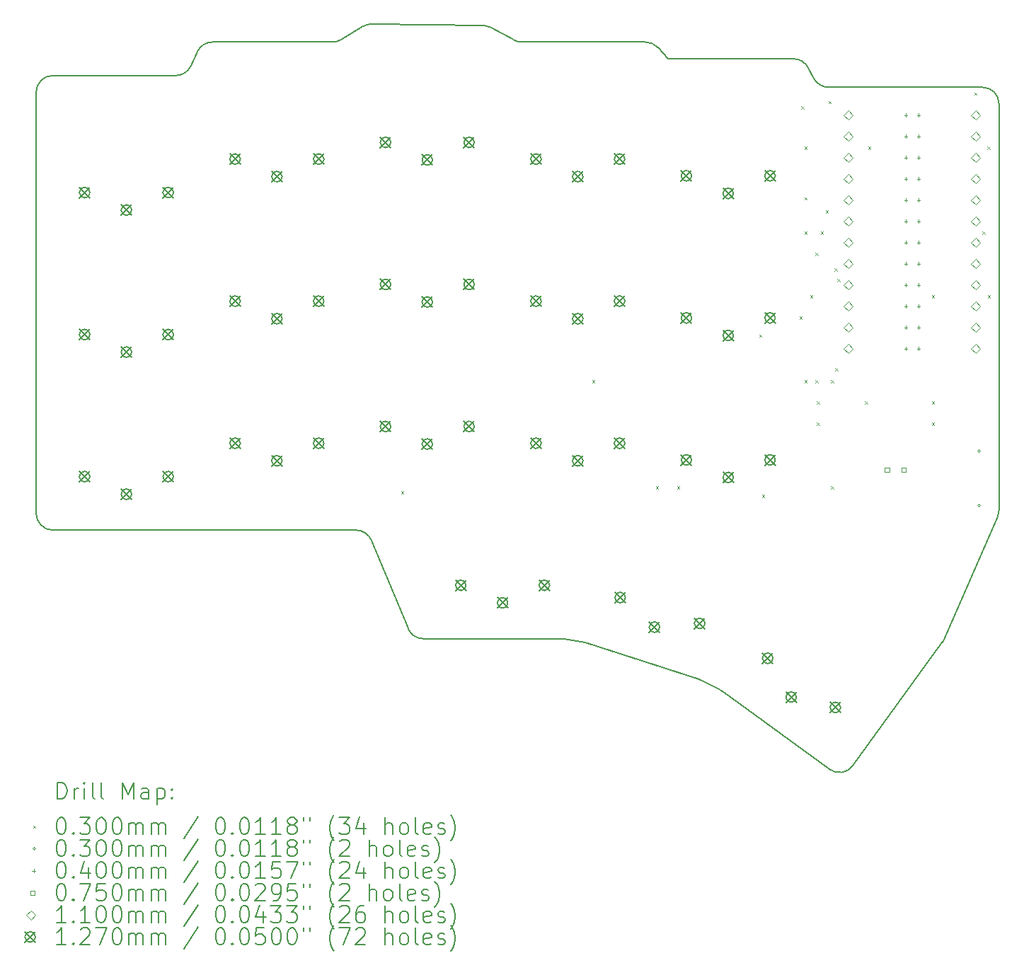
<source format=gbr>
%TF.GenerationSoftware,KiCad,Pcbnew,7.0.9*%
%TF.CreationDate,2023-11-22T09:35:42+00:00*%
%TF.ProjectId,vee_board_routed,7665655f-626f-4617-9264-5f726f757465,v1.0.0*%
%TF.SameCoordinates,Original*%
%TF.FileFunction,Drillmap*%
%TF.FilePolarity,Positive*%
%FSLAX45Y45*%
G04 Gerber Fmt 4.5, Leading zero omitted, Abs format (unit mm)*
G04 Created by KiCad (PCBNEW 7.0.9) date 2023-11-22 09:35:42*
%MOMM*%
%LPD*%
G01*
G04 APERTURE LIST*
%ADD10C,0.150000*%
%ADD11C,0.200000*%
%ADD12C,0.100000*%
%ADD13C,0.110000*%
%ADD14C,0.127000*%
G04 APERTURE END LIST*
D10*
X24581586Y-10973207D02*
X24702000Y-11107000D01*
X19251317Y-10906997D02*
G75*
G03*
X19068933Y-11024927I3J-200003D01*
G01*
X18995067Y-11189073D02*
X19068933Y-11024927D01*
X27982458Y-18094258D02*
X26913754Y-19565202D01*
X25075724Y-18534423D02*
X23735937Y-18099100D01*
X26378343Y-11213421D02*
G75*
G03*
X26201584Y-11107000I-176763J-93589D01*
G01*
X20686384Y-10907000D02*
G75*
G03*
X20789632Y-10878288I7J199980D01*
G01*
X26378341Y-11213422D02*
X26445659Y-11340577D01*
X26634394Y-19609448D02*
X25351962Y-18677707D01*
X25106333Y-18547265D02*
G75*
G03*
X25075724Y-18534424I-92453J-177475D01*
G01*
X26622416Y-11447000D02*
X28462000Y-11447000D01*
X22586204Y-10731558D02*
X22856697Y-10881832D01*
X22586205Y-10731556D02*
G75*
G03*
X22491436Y-10706403I-97115J-174794D01*
G01*
X17342000Y-16747000D02*
X20968509Y-16747000D01*
X21153209Y-16870278D02*
G75*
G03*
X20968509Y-16747000I-184699J-76722D01*
G01*
X22856695Y-10881834D02*
G75*
G03*
X22953825Y-10907000I97135J174874D01*
G01*
X27982458Y-18094258D02*
G75*
G03*
X28003995Y-18056615I-161858J117588D01*
G01*
X25326817Y-18662141D02*
X25106333Y-18547265D01*
X24581585Y-10973208D02*
G75*
G03*
X24432927Y-10907000I-148655J-133782D01*
G01*
X21590791Y-17923722D02*
G75*
G03*
X21775491Y-18047000I184699J76722D01*
G01*
X23425129Y-18047000D02*
X21775491Y-18047000D01*
X28645341Y-16585220D02*
X28003995Y-18056615D01*
X17142000Y-16547000D02*
G75*
G03*
X17342000Y-16747000I200000J0D01*
G01*
X20789632Y-10878288D02*
X21053277Y-10719369D01*
X21158886Y-10690672D02*
G75*
G03*
X21053277Y-10719370I-2366J-199968D01*
G01*
X28662000Y-11647000D02*
G75*
G03*
X28462000Y-11447000I-200000J0D01*
G01*
X26445657Y-11340578D02*
G75*
G03*
X26622416Y-11447000I176763J93589D01*
G01*
X23707638Y-18092138D02*
X23458633Y-18049826D01*
X26634394Y-19609449D02*
G75*
G03*
X26913754Y-19565202I117556J161809D01*
G01*
X28645340Y-16585220D02*
G75*
G03*
X28662000Y-16505307I-183310J79910D01*
G01*
X28662000Y-11647000D02*
X28662000Y-16505307D01*
X23735937Y-18099100D02*
G75*
G03*
X23707638Y-18092138I-61817J-190270D01*
G01*
X22953825Y-10907000D02*
X24432927Y-10907000D01*
X18812683Y-11307003D02*
G75*
G03*
X18995067Y-11189073I-3J200003D01*
G01*
X17342000Y-11307000D02*
X18812683Y-11307000D01*
X21158886Y-10690672D02*
X22491436Y-10706403D01*
X17342000Y-11307000D02*
G75*
G03*
X17142000Y-11507000I0J-200000D01*
G01*
X25351962Y-18677708D02*
G75*
G03*
X25326817Y-18662141I-117582J-161832D01*
G01*
X17142000Y-16547000D02*
X17142000Y-11507000D01*
X19251317Y-10907000D02*
X20686384Y-10907000D01*
X23458633Y-18049826D02*
G75*
G03*
X23425129Y-18047000I-33503J-197164D01*
G01*
X21590792Y-17923721D02*
X21153208Y-16870279D01*
X24702000Y-11107000D02*
X26201584Y-11107000D01*
D11*
D12*
X21509000Y-16282450D02*
X21539000Y-16312450D01*
X21539000Y-16282450D02*
X21509000Y-16312450D01*
X23795000Y-14950000D02*
X23825000Y-14980000D01*
X23825000Y-14950000D02*
X23795000Y-14980000D01*
X24557000Y-16220000D02*
X24587000Y-16250000D01*
X24587000Y-16220000D02*
X24557000Y-16250000D01*
X24811000Y-16220000D02*
X24841000Y-16250000D01*
X24841000Y-16220000D02*
X24811000Y-16250000D01*
X25792664Y-14407664D02*
X25822664Y-14437664D01*
X25822664Y-14407664D02*
X25792664Y-14437664D01*
X25827000Y-16321550D02*
X25857000Y-16351550D01*
X25857000Y-16321550D02*
X25827000Y-16351550D01*
X26272550Y-14188000D02*
X26302550Y-14218000D01*
X26302550Y-14188000D02*
X26272550Y-14218000D01*
X26296891Y-11674609D02*
X26326891Y-11704609D01*
X26326891Y-11674609D02*
X26296891Y-11704609D01*
X26335000Y-12156000D02*
X26365000Y-12186000D01*
X26365000Y-12156000D02*
X26335000Y-12186000D01*
X26335000Y-12761950D02*
X26365000Y-12791950D01*
X26365000Y-12761950D02*
X26335000Y-12791950D01*
X26335000Y-13172000D02*
X26365000Y-13202000D01*
X26365000Y-13172000D02*
X26335000Y-13202000D01*
X26335000Y-14950000D02*
X26365000Y-14980000D01*
X26365000Y-14950000D02*
X26335000Y-14980000D01*
X26401650Y-13934000D02*
X26431650Y-13964000D01*
X26431650Y-13934000D02*
X26401650Y-13964000D01*
X26464100Y-13426000D02*
X26494100Y-13456000D01*
X26494100Y-13426000D02*
X26464100Y-13456000D01*
X26464100Y-14950000D02*
X26494100Y-14980000D01*
X26494100Y-14950000D02*
X26464100Y-14980000D01*
X26481550Y-15204000D02*
X26511550Y-15234000D01*
X26511550Y-15204000D02*
X26481550Y-15234000D01*
X26481550Y-15458000D02*
X26511550Y-15488000D01*
X26511550Y-15458000D02*
X26481550Y-15488000D01*
X26526550Y-13172000D02*
X26556550Y-13202000D01*
X26556550Y-13172000D02*
X26526550Y-13202000D01*
X26589000Y-12918000D02*
X26619000Y-12948000D01*
X26619000Y-12918000D02*
X26589000Y-12948000D01*
X26623109Y-11613890D02*
X26653109Y-11643890D01*
X26653109Y-11613890D02*
X26623109Y-11643890D01*
X26651450Y-14950000D02*
X26681450Y-14980000D01*
X26681450Y-14950000D02*
X26651450Y-14980000D01*
X26651450Y-16220000D02*
X26681450Y-16250000D01*
X26681450Y-16220000D02*
X26651450Y-16250000D01*
X26691450Y-13614172D02*
X26721450Y-13644172D01*
X26721450Y-13614172D02*
X26691450Y-13644172D01*
X26701463Y-14808463D02*
X26731463Y-14838463D01*
X26731463Y-14808463D02*
X26701463Y-14838463D01*
X26728716Y-13739072D02*
X26758716Y-13769072D01*
X26758716Y-13739072D02*
X26728716Y-13769072D01*
X27059235Y-15204000D02*
X27089235Y-15234000D01*
X27089235Y-15204000D02*
X27059235Y-15234000D01*
X27097000Y-12156000D02*
X27127000Y-12186000D01*
X27127000Y-12156000D02*
X27097000Y-12186000D01*
X27859000Y-13937272D02*
X27889000Y-13967272D01*
X27889000Y-13937272D02*
X27859000Y-13967272D01*
X27859000Y-15204000D02*
X27889000Y-15234000D01*
X27889000Y-15204000D02*
X27859000Y-15234000D01*
X27859000Y-15458000D02*
X27889000Y-15488000D01*
X27889000Y-15458000D02*
X27859000Y-15488000D01*
X28367000Y-11511950D02*
X28397000Y-11541950D01*
X28397000Y-11511950D02*
X28367000Y-11541950D01*
X28464600Y-13172000D02*
X28494600Y-13202000D01*
X28494600Y-13172000D02*
X28464600Y-13202000D01*
X28522050Y-12156000D02*
X28552050Y-12186000D01*
X28552050Y-12156000D02*
X28522050Y-12186000D01*
X28527050Y-13934000D02*
X28557050Y-13964000D01*
X28557050Y-13934000D02*
X28527050Y-13964000D01*
X28437000Y-15802000D02*
G75*
G03*
X28437000Y-15802000I-15000J0D01*
G01*
X28437000Y-16452000D02*
G75*
G03*
X28437000Y-16452000I-15000J0D01*
G01*
X27545800Y-11760000D02*
X27545800Y-11800000D01*
X27525800Y-11780000D02*
X27565800Y-11780000D01*
X27545800Y-12014000D02*
X27545800Y-12054000D01*
X27525800Y-12034000D02*
X27565800Y-12034000D01*
X27545800Y-12268000D02*
X27545800Y-12308000D01*
X27525800Y-12288000D02*
X27565800Y-12288000D01*
X27545800Y-12522000D02*
X27545800Y-12562000D01*
X27525800Y-12542000D02*
X27565800Y-12542000D01*
X27545800Y-12776000D02*
X27545800Y-12816000D01*
X27525800Y-12796000D02*
X27565800Y-12796000D01*
X27545800Y-13030000D02*
X27545800Y-13070000D01*
X27525800Y-13050000D02*
X27565800Y-13050000D01*
X27545800Y-13284000D02*
X27545800Y-13324000D01*
X27525800Y-13304000D02*
X27565800Y-13304000D01*
X27545800Y-13538000D02*
X27545800Y-13578000D01*
X27525800Y-13558000D02*
X27565800Y-13558000D01*
X27545800Y-13792000D02*
X27545800Y-13832000D01*
X27525800Y-13812000D02*
X27565800Y-13812000D01*
X27545800Y-14046000D02*
X27545800Y-14086000D01*
X27525800Y-14066000D02*
X27565800Y-14066000D01*
X27545800Y-14300000D02*
X27545800Y-14340000D01*
X27525800Y-14320000D02*
X27565800Y-14320000D01*
X27545800Y-14554000D02*
X27545800Y-14594000D01*
X27525800Y-14574000D02*
X27565800Y-14574000D01*
X27698200Y-11760000D02*
X27698200Y-11800000D01*
X27678200Y-11780000D02*
X27718200Y-11780000D01*
X27698200Y-12268000D02*
X27698200Y-12308000D01*
X27678200Y-12288000D02*
X27718200Y-12288000D01*
X27698200Y-12522000D02*
X27698200Y-12562000D01*
X27678200Y-12542000D02*
X27718200Y-12542000D01*
X27698200Y-12776000D02*
X27698200Y-12816000D01*
X27678200Y-12796000D02*
X27718200Y-12796000D01*
X27698200Y-13030000D02*
X27698200Y-13070000D01*
X27678200Y-13050000D02*
X27718200Y-13050000D01*
X27698200Y-13284000D02*
X27698200Y-13324000D01*
X27678200Y-13304000D02*
X27718200Y-13304000D01*
X27698200Y-13538000D02*
X27698200Y-13578000D01*
X27678200Y-13558000D02*
X27718200Y-13558000D01*
X27698200Y-13792000D02*
X27698200Y-13832000D01*
X27678200Y-13812000D02*
X27718200Y-13812000D01*
X27698200Y-14046000D02*
X27698200Y-14086000D01*
X27678200Y-14066000D02*
X27718200Y-14066000D01*
X27698200Y-14300000D02*
X27698200Y-14340000D01*
X27678200Y-14320000D02*
X27718200Y-14320000D01*
X27698200Y-14554000D02*
X27698200Y-14594000D01*
X27678200Y-14574000D02*
X27718200Y-14574000D01*
X27698730Y-12015407D02*
X27698730Y-12055407D01*
X27678730Y-12035407D02*
X27718730Y-12035407D01*
X27348517Y-16053517D02*
X27348517Y-16000483D01*
X27295483Y-16000483D01*
X27295483Y-16053517D01*
X27348517Y-16053517D01*
X27548517Y-16053517D02*
X27548517Y-16000483D01*
X27495483Y-16000483D01*
X27495483Y-16053517D01*
X27548517Y-16053517D01*
D13*
X26860000Y-11835000D02*
X26915000Y-11780000D01*
X26860000Y-11725000D01*
X26805000Y-11780000D01*
X26860000Y-11835000D01*
X26860000Y-11835000D02*
X26915000Y-11780000D01*
X26860000Y-11725000D01*
X26805000Y-11780000D01*
X26860000Y-11835000D01*
X26860000Y-12089000D02*
X26915000Y-12034000D01*
X26860000Y-11979000D01*
X26805000Y-12034000D01*
X26860000Y-12089000D01*
X26860000Y-12343000D02*
X26915000Y-12288000D01*
X26860000Y-12233000D01*
X26805000Y-12288000D01*
X26860000Y-12343000D01*
X26860000Y-12597000D02*
X26915000Y-12542000D01*
X26860000Y-12487000D01*
X26805000Y-12542000D01*
X26860000Y-12597000D01*
X26860000Y-12851000D02*
X26915000Y-12796000D01*
X26860000Y-12741000D01*
X26805000Y-12796000D01*
X26860000Y-12851000D01*
X26860000Y-13105000D02*
X26915000Y-13050000D01*
X26860000Y-12995000D01*
X26805000Y-13050000D01*
X26860000Y-13105000D01*
X26860000Y-13359000D02*
X26915000Y-13304000D01*
X26860000Y-13249000D01*
X26805000Y-13304000D01*
X26860000Y-13359000D01*
X26860000Y-13613000D02*
X26915000Y-13558000D01*
X26860000Y-13503000D01*
X26805000Y-13558000D01*
X26860000Y-13613000D01*
X26860000Y-13867000D02*
X26915000Y-13812000D01*
X26860000Y-13757000D01*
X26805000Y-13812000D01*
X26860000Y-13867000D01*
X26860000Y-14121000D02*
X26915000Y-14066000D01*
X26860000Y-14011000D01*
X26805000Y-14066000D01*
X26860000Y-14121000D01*
X26860000Y-14375000D02*
X26915000Y-14320000D01*
X26860000Y-14265000D01*
X26805000Y-14320000D01*
X26860000Y-14375000D01*
X26860000Y-14629000D02*
X26915000Y-14574000D01*
X26860000Y-14519000D01*
X26805000Y-14574000D01*
X26860000Y-14629000D01*
X28384000Y-11835000D02*
X28439000Y-11780000D01*
X28384000Y-11725000D01*
X28329000Y-11780000D01*
X28384000Y-11835000D01*
X28384000Y-11835000D02*
X28439000Y-11780000D01*
X28384000Y-11725000D01*
X28329000Y-11780000D01*
X28384000Y-11835000D01*
X28384000Y-12089000D02*
X28439000Y-12034000D01*
X28384000Y-11979000D01*
X28329000Y-12034000D01*
X28384000Y-12089000D01*
X28384000Y-12343000D02*
X28439000Y-12288000D01*
X28384000Y-12233000D01*
X28329000Y-12288000D01*
X28384000Y-12343000D01*
X28384000Y-12597000D02*
X28439000Y-12542000D01*
X28384000Y-12487000D01*
X28329000Y-12542000D01*
X28384000Y-12597000D01*
X28384000Y-12851000D02*
X28439000Y-12796000D01*
X28384000Y-12741000D01*
X28329000Y-12796000D01*
X28384000Y-12851000D01*
X28384000Y-13105000D02*
X28439000Y-13050000D01*
X28384000Y-12995000D01*
X28329000Y-13050000D01*
X28384000Y-13105000D01*
X28384000Y-13359000D02*
X28439000Y-13304000D01*
X28384000Y-13249000D01*
X28329000Y-13304000D01*
X28384000Y-13359000D01*
X28384000Y-13613000D02*
X28439000Y-13558000D01*
X28384000Y-13503000D01*
X28329000Y-13558000D01*
X28384000Y-13613000D01*
X28384000Y-13867000D02*
X28439000Y-13812000D01*
X28384000Y-13757000D01*
X28329000Y-13812000D01*
X28384000Y-13867000D01*
X28384000Y-14121000D02*
X28439000Y-14066000D01*
X28384000Y-14011000D01*
X28329000Y-14066000D01*
X28384000Y-14121000D01*
X28384000Y-14375000D02*
X28439000Y-14320000D01*
X28384000Y-14265000D01*
X28329000Y-14320000D01*
X28384000Y-14375000D01*
X28384000Y-14629000D02*
X28439000Y-14574000D01*
X28384000Y-14519000D01*
X28329000Y-14574000D01*
X28384000Y-14629000D01*
D14*
X17658500Y-12643500D02*
X17785500Y-12770500D01*
X17785500Y-12643500D02*
X17658500Y-12770500D01*
X17785500Y-12707000D02*
G75*
G03*
X17785500Y-12707000I-63500J0D01*
G01*
X17658500Y-14343500D02*
X17785500Y-14470500D01*
X17785500Y-14343500D02*
X17658500Y-14470500D01*
X17785500Y-14407000D02*
G75*
G03*
X17785500Y-14407000I-63500J0D01*
G01*
X17658500Y-16043500D02*
X17785500Y-16170500D01*
X17785500Y-16043500D02*
X17658500Y-16170500D01*
X17785500Y-16107000D02*
G75*
G03*
X17785500Y-16107000I-63500J0D01*
G01*
X18158500Y-12853500D02*
X18285500Y-12980500D01*
X18285500Y-12853500D02*
X18158500Y-12980500D01*
X18285500Y-12917000D02*
G75*
G03*
X18285500Y-12917000I-63500J0D01*
G01*
X18158500Y-12853500D02*
X18285500Y-12980500D01*
X18285500Y-12853500D02*
X18158500Y-12980500D01*
X18285500Y-12917000D02*
G75*
G03*
X18285500Y-12917000I-63500J0D01*
G01*
X18158500Y-14553500D02*
X18285500Y-14680500D01*
X18285500Y-14553500D02*
X18158500Y-14680500D01*
X18285500Y-14617000D02*
G75*
G03*
X18285500Y-14617000I-63500J0D01*
G01*
X18158500Y-14553500D02*
X18285500Y-14680500D01*
X18285500Y-14553500D02*
X18158500Y-14680500D01*
X18285500Y-14617000D02*
G75*
G03*
X18285500Y-14617000I-63500J0D01*
G01*
X18158500Y-16253500D02*
X18285500Y-16380500D01*
X18285500Y-16253500D02*
X18158500Y-16380500D01*
X18285500Y-16317000D02*
G75*
G03*
X18285500Y-16317000I-63500J0D01*
G01*
X18158500Y-16253500D02*
X18285500Y-16380500D01*
X18285500Y-16253500D02*
X18158500Y-16380500D01*
X18285500Y-16317000D02*
G75*
G03*
X18285500Y-16317000I-63500J0D01*
G01*
X18658500Y-12643500D02*
X18785500Y-12770500D01*
X18785500Y-12643500D02*
X18658500Y-12770500D01*
X18785500Y-12707000D02*
G75*
G03*
X18785500Y-12707000I-63500J0D01*
G01*
X18658500Y-14343500D02*
X18785500Y-14470500D01*
X18785500Y-14343500D02*
X18658500Y-14470500D01*
X18785500Y-14407000D02*
G75*
G03*
X18785500Y-14407000I-63500J0D01*
G01*
X18658500Y-16043500D02*
X18785500Y-16170500D01*
X18785500Y-16043500D02*
X18658500Y-16170500D01*
X18785500Y-16107000D02*
G75*
G03*
X18785500Y-16107000I-63500J0D01*
G01*
X19458500Y-12243500D02*
X19585500Y-12370500D01*
X19585500Y-12243500D02*
X19458500Y-12370500D01*
X19585500Y-12307000D02*
G75*
G03*
X19585500Y-12307000I-63500J0D01*
G01*
X19458500Y-13943500D02*
X19585500Y-14070500D01*
X19585500Y-13943500D02*
X19458500Y-14070500D01*
X19585500Y-14007000D02*
G75*
G03*
X19585500Y-14007000I-63500J0D01*
G01*
X19458500Y-15643500D02*
X19585500Y-15770500D01*
X19585500Y-15643500D02*
X19458500Y-15770500D01*
X19585500Y-15707000D02*
G75*
G03*
X19585500Y-15707000I-63500J0D01*
G01*
X19958500Y-12453500D02*
X20085500Y-12580500D01*
X20085500Y-12453500D02*
X19958500Y-12580500D01*
X20085500Y-12517000D02*
G75*
G03*
X20085500Y-12517000I-63500J0D01*
G01*
X19958500Y-12453500D02*
X20085500Y-12580500D01*
X20085500Y-12453500D02*
X19958500Y-12580500D01*
X20085500Y-12517000D02*
G75*
G03*
X20085500Y-12517000I-63500J0D01*
G01*
X19958500Y-14153500D02*
X20085500Y-14280500D01*
X20085500Y-14153500D02*
X19958500Y-14280500D01*
X20085500Y-14217000D02*
G75*
G03*
X20085500Y-14217000I-63500J0D01*
G01*
X19958500Y-14153500D02*
X20085500Y-14280500D01*
X20085500Y-14153500D02*
X19958500Y-14280500D01*
X20085500Y-14217000D02*
G75*
G03*
X20085500Y-14217000I-63500J0D01*
G01*
X19958500Y-15853500D02*
X20085500Y-15980500D01*
X20085500Y-15853500D02*
X19958500Y-15980500D01*
X20085500Y-15917000D02*
G75*
G03*
X20085500Y-15917000I-63500J0D01*
G01*
X19958500Y-15853500D02*
X20085500Y-15980500D01*
X20085500Y-15853500D02*
X19958500Y-15980500D01*
X20085500Y-15917000D02*
G75*
G03*
X20085500Y-15917000I-63500J0D01*
G01*
X20458500Y-12243500D02*
X20585500Y-12370500D01*
X20585500Y-12243500D02*
X20458500Y-12370500D01*
X20585500Y-12307000D02*
G75*
G03*
X20585500Y-12307000I-63500J0D01*
G01*
X20458500Y-13943500D02*
X20585500Y-14070500D01*
X20585500Y-13943500D02*
X20458500Y-14070500D01*
X20585500Y-14007000D02*
G75*
G03*
X20585500Y-14007000I-63500J0D01*
G01*
X20458500Y-15643500D02*
X20585500Y-15770500D01*
X20585500Y-15643500D02*
X20458500Y-15770500D01*
X20585500Y-15707000D02*
G75*
G03*
X20585500Y-15707000I-63500J0D01*
G01*
X21258500Y-12043500D02*
X21385500Y-12170500D01*
X21385500Y-12043500D02*
X21258500Y-12170500D01*
X21385500Y-12107000D02*
G75*
G03*
X21385500Y-12107000I-63500J0D01*
G01*
X21258500Y-13743500D02*
X21385500Y-13870500D01*
X21385500Y-13743500D02*
X21258500Y-13870500D01*
X21385500Y-13807000D02*
G75*
G03*
X21385500Y-13807000I-63500J0D01*
G01*
X21258500Y-15443500D02*
X21385500Y-15570500D01*
X21385500Y-15443500D02*
X21258500Y-15570500D01*
X21385500Y-15507000D02*
G75*
G03*
X21385500Y-15507000I-63500J0D01*
G01*
X21758500Y-12253500D02*
X21885500Y-12380500D01*
X21885500Y-12253500D02*
X21758500Y-12380500D01*
X21885500Y-12317000D02*
G75*
G03*
X21885500Y-12317000I-63500J0D01*
G01*
X21758500Y-12253500D02*
X21885500Y-12380500D01*
X21885500Y-12253500D02*
X21758500Y-12380500D01*
X21885500Y-12317000D02*
G75*
G03*
X21885500Y-12317000I-63500J0D01*
G01*
X21758500Y-13953500D02*
X21885500Y-14080500D01*
X21885500Y-13953500D02*
X21758500Y-14080500D01*
X21885500Y-14017000D02*
G75*
G03*
X21885500Y-14017000I-63500J0D01*
G01*
X21758500Y-13953500D02*
X21885500Y-14080500D01*
X21885500Y-13953500D02*
X21758500Y-14080500D01*
X21885500Y-14017000D02*
G75*
G03*
X21885500Y-14017000I-63500J0D01*
G01*
X21758500Y-15653500D02*
X21885500Y-15780500D01*
X21885500Y-15653500D02*
X21758500Y-15780500D01*
X21885500Y-15717000D02*
G75*
G03*
X21885500Y-15717000I-63500J0D01*
G01*
X21758500Y-15653500D02*
X21885500Y-15780500D01*
X21885500Y-15653500D02*
X21758500Y-15780500D01*
X21885500Y-15717000D02*
G75*
G03*
X21885500Y-15717000I-63500J0D01*
G01*
X22158500Y-17343500D02*
X22285500Y-17470500D01*
X22285500Y-17343500D02*
X22158500Y-17470500D01*
X22285500Y-17407000D02*
G75*
G03*
X22285500Y-17407000I-63500J0D01*
G01*
X22258500Y-12043500D02*
X22385500Y-12170500D01*
X22385500Y-12043500D02*
X22258500Y-12170500D01*
X22385500Y-12107000D02*
G75*
G03*
X22385500Y-12107000I-63500J0D01*
G01*
X22258500Y-13743500D02*
X22385500Y-13870500D01*
X22385500Y-13743500D02*
X22258500Y-13870500D01*
X22385500Y-13807000D02*
G75*
G03*
X22385500Y-13807000I-63500J0D01*
G01*
X22258500Y-15443500D02*
X22385500Y-15570500D01*
X22385500Y-15443500D02*
X22258500Y-15570500D01*
X22385500Y-15507000D02*
G75*
G03*
X22385500Y-15507000I-63500J0D01*
G01*
X22658500Y-17553500D02*
X22785500Y-17680500D01*
X22785500Y-17553500D02*
X22658500Y-17680500D01*
X22785500Y-17617000D02*
G75*
G03*
X22785500Y-17617000I-63500J0D01*
G01*
X22658500Y-17553500D02*
X22785500Y-17680500D01*
X22785500Y-17553500D02*
X22658500Y-17680500D01*
X22785500Y-17617000D02*
G75*
G03*
X22785500Y-17617000I-63500J0D01*
G01*
X23058500Y-12243500D02*
X23185500Y-12370500D01*
X23185500Y-12243500D02*
X23058500Y-12370500D01*
X23185500Y-12307000D02*
G75*
G03*
X23185500Y-12307000I-63500J0D01*
G01*
X23058500Y-13943500D02*
X23185500Y-14070500D01*
X23185500Y-13943500D02*
X23058500Y-14070500D01*
X23185500Y-14007000D02*
G75*
G03*
X23185500Y-14007000I-63500J0D01*
G01*
X23058500Y-15643500D02*
X23185500Y-15770500D01*
X23185500Y-15643500D02*
X23058500Y-15770500D01*
X23185500Y-15707000D02*
G75*
G03*
X23185500Y-15707000I-63500J0D01*
G01*
X23158500Y-17343500D02*
X23285500Y-17470500D01*
X23285500Y-17343500D02*
X23158500Y-17470500D01*
X23285500Y-17407000D02*
G75*
G03*
X23285500Y-17407000I-63500J0D01*
G01*
X23558500Y-12453500D02*
X23685500Y-12580500D01*
X23685500Y-12453500D02*
X23558500Y-12580500D01*
X23685500Y-12517000D02*
G75*
G03*
X23685500Y-12517000I-63500J0D01*
G01*
X23558500Y-12453500D02*
X23685500Y-12580500D01*
X23685500Y-12453500D02*
X23558500Y-12580500D01*
X23685500Y-12517000D02*
G75*
G03*
X23685500Y-12517000I-63500J0D01*
G01*
X23558500Y-14153500D02*
X23685500Y-14280500D01*
X23685500Y-14153500D02*
X23558500Y-14280500D01*
X23685500Y-14217000D02*
G75*
G03*
X23685500Y-14217000I-63500J0D01*
G01*
X23558500Y-14153500D02*
X23685500Y-14280500D01*
X23685500Y-14153500D02*
X23558500Y-14280500D01*
X23685500Y-14217000D02*
G75*
G03*
X23685500Y-14217000I-63500J0D01*
G01*
X23558500Y-15853500D02*
X23685500Y-15980500D01*
X23685500Y-15853500D02*
X23558500Y-15980500D01*
X23685500Y-15917000D02*
G75*
G03*
X23685500Y-15917000I-63500J0D01*
G01*
X23558500Y-15853500D02*
X23685500Y-15980500D01*
X23685500Y-15853500D02*
X23558500Y-15980500D01*
X23685500Y-15917000D02*
G75*
G03*
X23685500Y-15917000I-63500J0D01*
G01*
X24058500Y-12243500D02*
X24185500Y-12370500D01*
X24185500Y-12243500D02*
X24058500Y-12370500D01*
X24185500Y-12307000D02*
G75*
G03*
X24185500Y-12307000I-63500J0D01*
G01*
X24058500Y-13943500D02*
X24185500Y-14070500D01*
X24185500Y-13943500D02*
X24058500Y-14070500D01*
X24185500Y-14007000D02*
G75*
G03*
X24185500Y-14007000I-63500J0D01*
G01*
X24058500Y-15643500D02*
X24185500Y-15770500D01*
X24185500Y-15643500D02*
X24058500Y-15770500D01*
X24185500Y-15707000D02*
G75*
G03*
X24185500Y-15707000I-63500J0D01*
G01*
X24065545Y-17490393D02*
X24192545Y-17617393D01*
X24192545Y-17490393D02*
X24065545Y-17617393D01*
X24192545Y-17553893D02*
G75*
G03*
X24192545Y-17553893I-63500J0D01*
G01*
X24476180Y-17844623D02*
X24603180Y-17971623D01*
X24603180Y-17844623D02*
X24476180Y-17971623D01*
X24603180Y-17908123D02*
G75*
G03*
X24603180Y-17908123I-63500J0D01*
G01*
X24476180Y-17844623D02*
X24603180Y-17971623D01*
X24603180Y-17844623D02*
X24476180Y-17971623D01*
X24603180Y-17908123D02*
G75*
G03*
X24603180Y-17908123I-63500J0D01*
G01*
X24858500Y-12443500D02*
X24985500Y-12570500D01*
X24985500Y-12443500D02*
X24858500Y-12570500D01*
X24985500Y-12507000D02*
G75*
G03*
X24985500Y-12507000I-63500J0D01*
G01*
X24858500Y-14143500D02*
X24985500Y-14270500D01*
X24985500Y-14143500D02*
X24858500Y-14270500D01*
X24985500Y-14207000D02*
G75*
G03*
X24985500Y-14207000I-63500J0D01*
G01*
X24858500Y-15843500D02*
X24985500Y-15970500D01*
X24985500Y-15843500D02*
X24858500Y-15970500D01*
X24985500Y-15907000D02*
G75*
G03*
X24985500Y-15907000I-63500J0D01*
G01*
X25016602Y-17799410D02*
X25143602Y-17926410D01*
X25143602Y-17799410D02*
X25016602Y-17926410D01*
X25143602Y-17862910D02*
G75*
G03*
X25143602Y-17862910I-63500J0D01*
G01*
X25358500Y-12653500D02*
X25485500Y-12780500D01*
X25485500Y-12653500D02*
X25358500Y-12780500D01*
X25485500Y-12717000D02*
G75*
G03*
X25485500Y-12717000I-63500J0D01*
G01*
X25358500Y-12653500D02*
X25485500Y-12780500D01*
X25485500Y-12653500D02*
X25358500Y-12780500D01*
X25485500Y-12717000D02*
G75*
G03*
X25485500Y-12717000I-63500J0D01*
G01*
X25358500Y-14353500D02*
X25485500Y-14480500D01*
X25485500Y-14353500D02*
X25358500Y-14480500D01*
X25485500Y-14417000D02*
G75*
G03*
X25485500Y-14417000I-63500J0D01*
G01*
X25358500Y-14353500D02*
X25485500Y-14480500D01*
X25485500Y-14353500D02*
X25358500Y-14480500D01*
X25485500Y-14417000D02*
G75*
G03*
X25485500Y-14417000I-63500J0D01*
G01*
X25358500Y-16053500D02*
X25485500Y-16180500D01*
X25485500Y-16053500D02*
X25358500Y-16180500D01*
X25485500Y-16117000D02*
G75*
G03*
X25485500Y-16117000I-63500J0D01*
G01*
X25358500Y-16053500D02*
X25485500Y-16180500D01*
X25485500Y-16053500D02*
X25358500Y-16180500D01*
X25485500Y-16117000D02*
G75*
G03*
X25485500Y-16117000I-63500J0D01*
G01*
X25830633Y-18217034D02*
X25957633Y-18344034D01*
X25957633Y-18217034D02*
X25830633Y-18344034D01*
X25957633Y-18280534D02*
G75*
G03*
X25957633Y-18280534I-63500J0D01*
G01*
X25858500Y-12443500D02*
X25985500Y-12570500D01*
X25985500Y-12443500D02*
X25858500Y-12570500D01*
X25985500Y-12507000D02*
G75*
G03*
X25985500Y-12507000I-63500J0D01*
G01*
X25858500Y-14143500D02*
X25985500Y-14270500D01*
X25985500Y-14143500D02*
X25858500Y-14270500D01*
X25985500Y-14207000D02*
G75*
G03*
X25985500Y-14207000I-63500J0D01*
G01*
X25858500Y-15843500D02*
X25985500Y-15970500D01*
X25985500Y-15843500D02*
X25858500Y-15970500D01*
X25985500Y-15907000D02*
G75*
G03*
X25985500Y-15907000I-63500J0D01*
G01*
X26111707Y-18680820D02*
X26238707Y-18807820D01*
X26238707Y-18680820D02*
X26111707Y-18807820D01*
X26238707Y-18744320D02*
G75*
G03*
X26238707Y-18744320I-63500J0D01*
G01*
X26111707Y-18680820D02*
X26238707Y-18807820D01*
X26238707Y-18680820D02*
X26111707Y-18807820D01*
X26238707Y-18744320D02*
G75*
G03*
X26238707Y-18744320I-63500J0D01*
G01*
X26639650Y-18804819D02*
X26766650Y-18931819D01*
X26766650Y-18804819D02*
X26639650Y-18931819D01*
X26766650Y-18868319D02*
G75*
G03*
X26766650Y-18868319I-63500J0D01*
G01*
D11*
X17395277Y-19966628D02*
X17395277Y-19766628D01*
X17395277Y-19766628D02*
X17442896Y-19766628D01*
X17442896Y-19766628D02*
X17471467Y-19776151D01*
X17471467Y-19776151D02*
X17490515Y-19795199D01*
X17490515Y-19795199D02*
X17500039Y-19814247D01*
X17500039Y-19814247D02*
X17509563Y-19852342D01*
X17509563Y-19852342D02*
X17509563Y-19880913D01*
X17509563Y-19880913D02*
X17500039Y-19919009D01*
X17500039Y-19919009D02*
X17490515Y-19938056D01*
X17490515Y-19938056D02*
X17471467Y-19957104D01*
X17471467Y-19957104D02*
X17442896Y-19966628D01*
X17442896Y-19966628D02*
X17395277Y-19966628D01*
X17595277Y-19966628D02*
X17595277Y-19833294D01*
X17595277Y-19871390D02*
X17604801Y-19852342D01*
X17604801Y-19852342D02*
X17614324Y-19842818D01*
X17614324Y-19842818D02*
X17633372Y-19833294D01*
X17633372Y-19833294D02*
X17652420Y-19833294D01*
X17719086Y-19966628D02*
X17719086Y-19833294D01*
X17719086Y-19766628D02*
X17709563Y-19776151D01*
X17709563Y-19776151D02*
X17719086Y-19785675D01*
X17719086Y-19785675D02*
X17728610Y-19776151D01*
X17728610Y-19776151D02*
X17719086Y-19766628D01*
X17719086Y-19766628D02*
X17719086Y-19785675D01*
X17842896Y-19966628D02*
X17823848Y-19957104D01*
X17823848Y-19957104D02*
X17814324Y-19938056D01*
X17814324Y-19938056D02*
X17814324Y-19766628D01*
X17947658Y-19966628D02*
X17928610Y-19957104D01*
X17928610Y-19957104D02*
X17919086Y-19938056D01*
X17919086Y-19938056D02*
X17919086Y-19766628D01*
X18176229Y-19966628D02*
X18176229Y-19766628D01*
X18176229Y-19766628D02*
X18242896Y-19909485D01*
X18242896Y-19909485D02*
X18309563Y-19766628D01*
X18309563Y-19766628D02*
X18309563Y-19966628D01*
X18490515Y-19966628D02*
X18490515Y-19861866D01*
X18490515Y-19861866D02*
X18480991Y-19842818D01*
X18480991Y-19842818D02*
X18461944Y-19833294D01*
X18461944Y-19833294D02*
X18423848Y-19833294D01*
X18423848Y-19833294D02*
X18404801Y-19842818D01*
X18490515Y-19957104D02*
X18471467Y-19966628D01*
X18471467Y-19966628D02*
X18423848Y-19966628D01*
X18423848Y-19966628D02*
X18404801Y-19957104D01*
X18404801Y-19957104D02*
X18395277Y-19938056D01*
X18395277Y-19938056D02*
X18395277Y-19919009D01*
X18395277Y-19919009D02*
X18404801Y-19899961D01*
X18404801Y-19899961D02*
X18423848Y-19890437D01*
X18423848Y-19890437D02*
X18471467Y-19890437D01*
X18471467Y-19890437D02*
X18490515Y-19880913D01*
X18585753Y-19833294D02*
X18585753Y-20033294D01*
X18585753Y-19842818D02*
X18604801Y-19833294D01*
X18604801Y-19833294D02*
X18642896Y-19833294D01*
X18642896Y-19833294D02*
X18661944Y-19842818D01*
X18661944Y-19842818D02*
X18671467Y-19852342D01*
X18671467Y-19852342D02*
X18680991Y-19871390D01*
X18680991Y-19871390D02*
X18680991Y-19928532D01*
X18680991Y-19928532D02*
X18671467Y-19947580D01*
X18671467Y-19947580D02*
X18661944Y-19957104D01*
X18661944Y-19957104D02*
X18642896Y-19966628D01*
X18642896Y-19966628D02*
X18604801Y-19966628D01*
X18604801Y-19966628D02*
X18585753Y-19957104D01*
X18766705Y-19947580D02*
X18776229Y-19957104D01*
X18776229Y-19957104D02*
X18766705Y-19966628D01*
X18766705Y-19966628D02*
X18757182Y-19957104D01*
X18757182Y-19957104D02*
X18766705Y-19947580D01*
X18766705Y-19947580D02*
X18766705Y-19966628D01*
X18766705Y-19842818D02*
X18776229Y-19852342D01*
X18776229Y-19852342D02*
X18766705Y-19861866D01*
X18766705Y-19861866D02*
X18757182Y-19852342D01*
X18757182Y-19852342D02*
X18766705Y-19842818D01*
X18766705Y-19842818D02*
X18766705Y-19861866D01*
D12*
X17104500Y-20280144D02*
X17134500Y-20310144D01*
X17134500Y-20280144D02*
X17104500Y-20310144D01*
D11*
X17433372Y-20186628D02*
X17452420Y-20186628D01*
X17452420Y-20186628D02*
X17471467Y-20196151D01*
X17471467Y-20196151D02*
X17480991Y-20205675D01*
X17480991Y-20205675D02*
X17490515Y-20224723D01*
X17490515Y-20224723D02*
X17500039Y-20262818D01*
X17500039Y-20262818D02*
X17500039Y-20310437D01*
X17500039Y-20310437D02*
X17490515Y-20348532D01*
X17490515Y-20348532D02*
X17480991Y-20367580D01*
X17480991Y-20367580D02*
X17471467Y-20377104D01*
X17471467Y-20377104D02*
X17452420Y-20386628D01*
X17452420Y-20386628D02*
X17433372Y-20386628D01*
X17433372Y-20386628D02*
X17414324Y-20377104D01*
X17414324Y-20377104D02*
X17404801Y-20367580D01*
X17404801Y-20367580D02*
X17395277Y-20348532D01*
X17395277Y-20348532D02*
X17385753Y-20310437D01*
X17385753Y-20310437D02*
X17385753Y-20262818D01*
X17385753Y-20262818D02*
X17395277Y-20224723D01*
X17395277Y-20224723D02*
X17404801Y-20205675D01*
X17404801Y-20205675D02*
X17414324Y-20196151D01*
X17414324Y-20196151D02*
X17433372Y-20186628D01*
X17585753Y-20367580D02*
X17595277Y-20377104D01*
X17595277Y-20377104D02*
X17585753Y-20386628D01*
X17585753Y-20386628D02*
X17576229Y-20377104D01*
X17576229Y-20377104D02*
X17585753Y-20367580D01*
X17585753Y-20367580D02*
X17585753Y-20386628D01*
X17661944Y-20186628D02*
X17785753Y-20186628D01*
X17785753Y-20186628D02*
X17719086Y-20262818D01*
X17719086Y-20262818D02*
X17747658Y-20262818D01*
X17747658Y-20262818D02*
X17766705Y-20272342D01*
X17766705Y-20272342D02*
X17776229Y-20281866D01*
X17776229Y-20281866D02*
X17785753Y-20300913D01*
X17785753Y-20300913D02*
X17785753Y-20348532D01*
X17785753Y-20348532D02*
X17776229Y-20367580D01*
X17776229Y-20367580D02*
X17766705Y-20377104D01*
X17766705Y-20377104D02*
X17747658Y-20386628D01*
X17747658Y-20386628D02*
X17690515Y-20386628D01*
X17690515Y-20386628D02*
X17671467Y-20377104D01*
X17671467Y-20377104D02*
X17661944Y-20367580D01*
X17909563Y-20186628D02*
X17928610Y-20186628D01*
X17928610Y-20186628D02*
X17947658Y-20196151D01*
X17947658Y-20196151D02*
X17957182Y-20205675D01*
X17957182Y-20205675D02*
X17966705Y-20224723D01*
X17966705Y-20224723D02*
X17976229Y-20262818D01*
X17976229Y-20262818D02*
X17976229Y-20310437D01*
X17976229Y-20310437D02*
X17966705Y-20348532D01*
X17966705Y-20348532D02*
X17957182Y-20367580D01*
X17957182Y-20367580D02*
X17947658Y-20377104D01*
X17947658Y-20377104D02*
X17928610Y-20386628D01*
X17928610Y-20386628D02*
X17909563Y-20386628D01*
X17909563Y-20386628D02*
X17890515Y-20377104D01*
X17890515Y-20377104D02*
X17880991Y-20367580D01*
X17880991Y-20367580D02*
X17871467Y-20348532D01*
X17871467Y-20348532D02*
X17861944Y-20310437D01*
X17861944Y-20310437D02*
X17861944Y-20262818D01*
X17861944Y-20262818D02*
X17871467Y-20224723D01*
X17871467Y-20224723D02*
X17880991Y-20205675D01*
X17880991Y-20205675D02*
X17890515Y-20196151D01*
X17890515Y-20196151D02*
X17909563Y-20186628D01*
X18100039Y-20186628D02*
X18119086Y-20186628D01*
X18119086Y-20186628D02*
X18138134Y-20196151D01*
X18138134Y-20196151D02*
X18147658Y-20205675D01*
X18147658Y-20205675D02*
X18157182Y-20224723D01*
X18157182Y-20224723D02*
X18166705Y-20262818D01*
X18166705Y-20262818D02*
X18166705Y-20310437D01*
X18166705Y-20310437D02*
X18157182Y-20348532D01*
X18157182Y-20348532D02*
X18147658Y-20367580D01*
X18147658Y-20367580D02*
X18138134Y-20377104D01*
X18138134Y-20377104D02*
X18119086Y-20386628D01*
X18119086Y-20386628D02*
X18100039Y-20386628D01*
X18100039Y-20386628D02*
X18080991Y-20377104D01*
X18080991Y-20377104D02*
X18071467Y-20367580D01*
X18071467Y-20367580D02*
X18061944Y-20348532D01*
X18061944Y-20348532D02*
X18052420Y-20310437D01*
X18052420Y-20310437D02*
X18052420Y-20262818D01*
X18052420Y-20262818D02*
X18061944Y-20224723D01*
X18061944Y-20224723D02*
X18071467Y-20205675D01*
X18071467Y-20205675D02*
X18080991Y-20196151D01*
X18080991Y-20196151D02*
X18100039Y-20186628D01*
X18252420Y-20386628D02*
X18252420Y-20253294D01*
X18252420Y-20272342D02*
X18261944Y-20262818D01*
X18261944Y-20262818D02*
X18280991Y-20253294D01*
X18280991Y-20253294D02*
X18309563Y-20253294D01*
X18309563Y-20253294D02*
X18328610Y-20262818D01*
X18328610Y-20262818D02*
X18338134Y-20281866D01*
X18338134Y-20281866D02*
X18338134Y-20386628D01*
X18338134Y-20281866D02*
X18347658Y-20262818D01*
X18347658Y-20262818D02*
X18366705Y-20253294D01*
X18366705Y-20253294D02*
X18395277Y-20253294D01*
X18395277Y-20253294D02*
X18414325Y-20262818D01*
X18414325Y-20262818D02*
X18423848Y-20281866D01*
X18423848Y-20281866D02*
X18423848Y-20386628D01*
X18519086Y-20386628D02*
X18519086Y-20253294D01*
X18519086Y-20272342D02*
X18528610Y-20262818D01*
X18528610Y-20262818D02*
X18547658Y-20253294D01*
X18547658Y-20253294D02*
X18576229Y-20253294D01*
X18576229Y-20253294D02*
X18595277Y-20262818D01*
X18595277Y-20262818D02*
X18604801Y-20281866D01*
X18604801Y-20281866D02*
X18604801Y-20386628D01*
X18604801Y-20281866D02*
X18614325Y-20262818D01*
X18614325Y-20262818D02*
X18633372Y-20253294D01*
X18633372Y-20253294D02*
X18661944Y-20253294D01*
X18661944Y-20253294D02*
X18680991Y-20262818D01*
X18680991Y-20262818D02*
X18690515Y-20281866D01*
X18690515Y-20281866D02*
X18690515Y-20386628D01*
X19080991Y-20177104D02*
X18909563Y-20434247D01*
X19338134Y-20186628D02*
X19357182Y-20186628D01*
X19357182Y-20186628D02*
X19376229Y-20196151D01*
X19376229Y-20196151D02*
X19385753Y-20205675D01*
X19385753Y-20205675D02*
X19395277Y-20224723D01*
X19395277Y-20224723D02*
X19404801Y-20262818D01*
X19404801Y-20262818D02*
X19404801Y-20310437D01*
X19404801Y-20310437D02*
X19395277Y-20348532D01*
X19395277Y-20348532D02*
X19385753Y-20367580D01*
X19385753Y-20367580D02*
X19376229Y-20377104D01*
X19376229Y-20377104D02*
X19357182Y-20386628D01*
X19357182Y-20386628D02*
X19338134Y-20386628D01*
X19338134Y-20386628D02*
X19319087Y-20377104D01*
X19319087Y-20377104D02*
X19309563Y-20367580D01*
X19309563Y-20367580D02*
X19300039Y-20348532D01*
X19300039Y-20348532D02*
X19290515Y-20310437D01*
X19290515Y-20310437D02*
X19290515Y-20262818D01*
X19290515Y-20262818D02*
X19300039Y-20224723D01*
X19300039Y-20224723D02*
X19309563Y-20205675D01*
X19309563Y-20205675D02*
X19319087Y-20196151D01*
X19319087Y-20196151D02*
X19338134Y-20186628D01*
X19490515Y-20367580D02*
X19500039Y-20377104D01*
X19500039Y-20377104D02*
X19490515Y-20386628D01*
X19490515Y-20386628D02*
X19480991Y-20377104D01*
X19480991Y-20377104D02*
X19490515Y-20367580D01*
X19490515Y-20367580D02*
X19490515Y-20386628D01*
X19623848Y-20186628D02*
X19642896Y-20186628D01*
X19642896Y-20186628D02*
X19661944Y-20196151D01*
X19661944Y-20196151D02*
X19671468Y-20205675D01*
X19671468Y-20205675D02*
X19680991Y-20224723D01*
X19680991Y-20224723D02*
X19690515Y-20262818D01*
X19690515Y-20262818D02*
X19690515Y-20310437D01*
X19690515Y-20310437D02*
X19680991Y-20348532D01*
X19680991Y-20348532D02*
X19671468Y-20367580D01*
X19671468Y-20367580D02*
X19661944Y-20377104D01*
X19661944Y-20377104D02*
X19642896Y-20386628D01*
X19642896Y-20386628D02*
X19623848Y-20386628D01*
X19623848Y-20386628D02*
X19604801Y-20377104D01*
X19604801Y-20377104D02*
X19595277Y-20367580D01*
X19595277Y-20367580D02*
X19585753Y-20348532D01*
X19585753Y-20348532D02*
X19576229Y-20310437D01*
X19576229Y-20310437D02*
X19576229Y-20262818D01*
X19576229Y-20262818D02*
X19585753Y-20224723D01*
X19585753Y-20224723D02*
X19595277Y-20205675D01*
X19595277Y-20205675D02*
X19604801Y-20196151D01*
X19604801Y-20196151D02*
X19623848Y-20186628D01*
X19880991Y-20386628D02*
X19766706Y-20386628D01*
X19823848Y-20386628D02*
X19823848Y-20186628D01*
X19823848Y-20186628D02*
X19804801Y-20215199D01*
X19804801Y-20215199D02*
X19785753Y-20234247D01*
X19785753Y-20234247D02*
X19766706Y-20243770D01*
X20071468Y-20386628D02*
X19957182Y-20386628D01*
X20014325Y-20386628D02*
X20014325Y-20186628D01*
X20014325Y-20186628D02*
X19995277Y-20215199D01*
X19995277Y-20215199D02*
X19976229Y-20234247D01*
X19976229Y-20234247D02*
X19957182Y-20243770D01*
X20185753Y-20272342D02*
X20166706Y-20262818D01*
X20166706Y-20262818D02*
X20157182Y-20253294D01*
X20157182Y-20253294D02*
X20147658Y-20234247D01*
X20147658Y-20234247D02*
X20147658Y-20224723D01*
X20147658Y-20224723D02*
X20157182Y-20205675D01*
X20157182Y-20205675D02*
X20166706Y-20196151D01*
X20166706Y-20196151D02*
X20185753Y-20186628D01*
X20185753Y-20186628D02*
X20223849Y-20186628D01*
X20223849Y-20186628D02*
X20242896Y-20196151D01*
X20242896Y-20196151D02*
X20252420Y-20205675D01*
X20252420Y-20205675D02*
X20261944Y-20224723D01*
X20261944Y-20224723D02*
X20261944Y-20234247D01*
X20261944Y-20234247D02*
X20252420Y-20253294D01*
X20252420Y-20253294D02*
X20242896Y-20262818D01*
X20242896Y-20262818D02*
X20223849Y-20272342D01*
X20223849Y-20272342D02*
X20185753Y-20272342D01*
X20185753Y-20272342D02*
X20166706Y-20281866D01*
X20166706Y-20281866D02*
X20157182Y-20291390D01*
X20157182Y-20291390D02*
X20147658Y-20310437D01*
X20147658Y-20310437D02*
X20147658Y-20348532D01*
X20147658Y-20348532D02*
X20157182Y-20367580D01*
X20157182Y-20367580D02*
X20166706Y-20377104D01*
X20166706Y-20377104D02*
X20185753Y-20386628D01*
X20185753Y-20386628D02*
X20223849Y-20386628D01*
X20223849Y-20386628D02*
X20242896Y-20377104D01*
X20242896Y-20377104D02*
X20252420Y-20367580D01*
X20252420Y-20367580D02*
X20261944Y-20348532D01*
X20261944Y-20348532D02*
X20261944Y-20310437D01*
X20261944Y-20310437D02*
X20252420Y-20291390D01*
X20252420Y-20291390D02*
X20242896Y-20281866D01*
X20242896Y-20281866D02*
X20223849Y-20272342D01*
X20338134Y-20186628D02*
X20338134Y-20224723D01*
X20414325Y-20186628D02*
X20414325Y-20224723D01*
X20709563Y-20462818D02*
X20700039Y-20453294D01*
X20700039Y-20453294D02*
X20680991Y-20424723D01*
X20680991Y-20424723D02*
X20671468Y-20405675D01*
X20671468Y-20405675D02*
X20661944Y-20377104D01*
X20661944Y-20377104D02*
X20652420Y-20329485D01*
X20652420Y-20329485D02*
X20652420Y-20291390D01*
X20652420Y-20291390D02*
X20661944Y-20243770D01*
X20661944Y-20243770D02*
X20671468Y-20215199D01*
X20671468Y-20215199D02*
X20680991Y-20196151D01*
X20680991Y-20196151D02*
X20700039Y-20167580D01*
X20700039Y-20167580D02*
X20709563Y-20158056D01*
X20766706Y-20186628D02*
X20890515Y-20186628D01*
X20890515Y-20186628D02*
X20823849Y-20262818D01*
X20823849Y-20262818D02*
X20852420Y-20262818D01*
X20852420Y-20262818D02*
X20871468Y-20272342D01*
X20871468Y-20272342D02*
X20880991Y-20281866D01*
X20880991Y-20281866D02*
X20890515Y-20300913D01*
X20890515Y-20300913D02*
X20890515Y-20348532D01*
X20890515Y-20348532D02*
X20880991Y-20367580D01*
X20880991Y-20367580D02*
X20871468Y-20377104D01*
X20871468Y-20377104D02*
X20852420Y-20386628D01*
X20852420Y-20386628D02*
X20795277Y-20386628D01*
X20795277Y-20386628D02*
X20776230Y-20377104D01*
X20776230Y-20377104D02*
X20766706Y-20367580D01*
X21061944Y-20253294D02*
X21061944Y-20386628D01*
X21014325Y-20177104D02*
X20966706Y-20319961D01*
X20966706Y-20319961D02*
X21090515Y-20319961D01*
X21319087Y-20386628D02*
X21319087Y-20186628D01*
X21404801Y-20386628D02*
X21404801Y-20281866D01*
X21404801Y-20281866D02*
X21395277Y-20262818D01*
X21395277Y-20262818D02*
X21376230Y-20253294D01*
X21376230Y-20253294D02*
X21347658Y-20253294D01*
X21347658Y-20253294D02*
X21328611Y-20262818D01*
X21328611Y-20262818D02*
X21319087Y-20272342D01*
X21528611Y-20386628D02*
X21509563Y-20377104D01*
X21509563Y-20377104D02*
X21500039Y-20367580D01*
X21500039Y-20367580D02*
X21490515Y-20348532D01*
X21490515Y-20348532D02*
X21490515Y-20291390D01*
X21490515Y-20291390D02*
X21500039Y-20272342D01*
X21500039Y-20272342D02*
X21509563Y-20262818D01*
X21509563Y-20262818D02*
X21528611Y-20253294D01*
X21528611Y-20253294D02*
X21557182Y-20253294D01*
X21557182Y-20253294D02*
X21576230Y-20262818D01*
X21576230Y-20262818D02*
X21585753Y-20272342D01*
X21585753Y-20272342D02*
X21595277Y-20291390D01*
X21595277Y-20291390D02*
X21595277Y-20348532D01*
X21595277Y-20348532D02*
X21585753Y-20367580D01*
X21585753Y-20367580D02*
X21576230Y-20377104D01*
X21576230Y-20377104D02*
X21557182Y-20386628D01*
X21557182Y-20386628D02*
X21528611Y-20386628D01*
X21709563Y-20386628D02*
X21690515Y-20377104D01*
X21690515Y-20377104D02*
X21680992Y-20358056D01*
X21680992Y-20358056D02*
X21680992Y-20186628D01*
X21861944Y-20377104D02*
X21842896Y-20386628D01*
X21842896Y-20386628D02*
X21804801Y-20386628D01*
X21804801Y-20386628D02*
X21785753Y-20377104D01*
X21785753Y-20377104D02*
X21776230Y-20358056D01*
X21776230Y-20358056D02*
X21776230Y-20281866D01*
X21776230Y-20281866D02*
X21785753Y-20262818D01*
X21785753Y-20262818D02*
X21804801Y-20253294D01*
X21804801Y-20253294D02*
X21842896Y-20253294D01*
X21842896Y-20253294D02*
X21861944Y-20262818D01*
X21861944Y-20262818D02*
X21871468Y-20281866D01*
X21871468Y-20281866D02*
X21871468Y-20300913D01*
X21871468Y-20300913D02*
X21776230Y-20319961D01*
X21947658Y-20377104D02*
X21966706Y-20386628D01*
X21966706Y-20386628D02*
X22004801Y-20386628D01*
X22004801Y-20386628D02*
X22023849Y-20377104D01*
X22023849Y-20377104D02*
X22033373Y-20358056D01*
X22033373Y-20358056D02*
X22033373Y-20348532D01*
X22033373Y-20348532D02*
X22023849Y-20329485D01*
X22023849Y-20329485D02*
X22004801Y-20319961D01*
X22004801Y-20319961D02*
X21976230Y-20319961D01*
X21976230Y-20319961D02*
X21957182Y-20310437D01*
X21957182Y-20310437D02*
X21947658Y-20291390D01*
X21947658Y-20291390D02*
X21947658Y-20281866D01*
X21947658Y-20281866D02*
X21957182Y-20262818D01*
X21957182Y-20262818D02*
X21976230Y-20253294D01*
X21976230Y-20253294D02*
X22004801Y-20253294D01*
X22004801Y-20253294D02*
X22023849Y-20262818D01*
X22100039Y-20462818D02*
X22109563Y-20453294D01*
X22109563Y-20453294D02*
X22128611Y-20424723D01*
X22128611Y-20424723D02*
X22138134Y-20405675D01*
X22138134Y-20405675D02*
X22147658Y-20377104D01*
X22147658Y-20377104D02*
X22157182Y-20329485D01*
X22157182Y-20329485D02*
X22157182Y-20291390D01*
X22157182Y-20291390D02*
X22147658Y-20243770D01*
X22147658Y-20243770D02*
X22138134Y-20215199D01*
X22138134Y-20215199D02*
X22128611Y-20196151D01*
X22128611Y-20196151D02*
X22109563Y-20167580D01*
X22109563Y-20167580D02*
X22100039Y-20158056D01*
D12*
X17134500Y-20559144D02*
G75*
G03*
X17134500Y-20559144I-15000J0D01*
G01*
D11*
X17433372Y-20450628D02*
X17452420Y-20450628D01*
X17452420Y-20450628D02*
X17471467Y-20460151D01*
X17471467Y-20460151D02*
X17480991Y-20469675D01*
X17480991Y-20469675D02*
X17490515Y-20488723D01*
X17490515Y-20488723D02*
X17500039Y-20526818D01*
X17500039Y-20526818D02*
X17500039Y-20574437D01*
X17500039Y-20574437D02*
X17490515Y-20612532D01*
X17490515Y-20612532D02*
X17480991Y-20631580D01*
X17480991Y-20631580D02*
X17471467Y-20641104D01*
X17471467Y-20641104D02*
X17452420Y-20650628D01*
X17452420Y-20650628D02*
X17433372Y-20650628D01*
X17433372Y-20650628D02*
X17414324Y-20641104D01*
X17414324Y-20641104D02*
X17404801Y-20631580D01*
X17404801Y-20631580D02*
X17395277Y-20612532D01*
X17395277Y-20612532D02*
X17385753Y-20574437D01*
X17385753Y-20574437D02*
X17385753Y-20526818D01*
X17385753Y-20526818D02*
X17395277Y-20488723D01*
X17395277Y-20488723D02*
X17404801Y-20469675D01*
X17404801Y-20469675D02*
X17414324Y-20460151D01*
X17414324Y-20460151D02*
X17433372Y-20450628D01*
X17585753Y-20631580D02*
X17595277Y-20641104D01*
X17595277Y-20641104D02*
X17585753Y-20650628D01*
X17585753Y-20650628D02*
X17576229Y-20641104D01*
X17576229Y-20641104D02*
X17585753Y-20631580D01*
X17585753Y-20631580D02*
X17585753Y-20650628D01*
X17661944Y-20450628D02*
X17785753Y-20450628D01*
X17785753Y-20450628D02*
X17719086Y-20526818D01*
X17719086Y-20526818D02*
X17747658Y-20526818D01*
X17747658Y-20526818D02*
X17766705Y-20536342D01*
X17766705Y-20536342D02*
X17776229Y-20545866D01*
X17776229Y-20545866D02*
X17785753Y-20564913D01*
X17785753Y-20564913D02*
X17785753Y-20612532D01*
X17785753Y-20612532D02*
X17776229Y-20631580D01*
X17776229Y-20631580D02*
X17766705Y-20641104D01*
X17766705Y-20641104D02*
X17747658Y-20650628D01*
X17747658Y-20650628D02*
X17690515Y-20650628D01*
X17690515Y-20650628D02*
X17671467Y-20641104D01*
X17671467Y-20641104D02*
X17661944Y-20631580D01*
X17909563Y-20450628D02*
X17928610Y-20450628D01*
X17928610Y-20450628D02*
X17947658Y-20460151D01*
X17947658Y-20460151D02*
X17957182Y-20469675D01*
X17957182Y-20469675D02*
X17966705Y-20488723D01*
X17966705Y-20488723D02*
X17976229Y-20526818D01*
X17976229Y-20526818D02*
X17976229Y-20574437D01*
X17976229Y-20574437D02*
X17966705Y-20612532D01*
X17966705Y-20612532D02*
X17957182Y-20631580D01*
X17957182Y-20631580D02*
X17947658Y-20641104D01*
X17947658Y-20641104D02*
X17928610Y-20650628D01*
X17928610Y-20650628D02*
X17909563Y-20650628D01*
X17909563Y-20650628D02*
X17890515Y-20641104D01*
X17890515Y-20641104D02*
X17880991Y-20631580D01*
X17880991Y-20631580D02*
X17871467Y-20612532D01*
X17871467Y-20612532D02*
X17861944Y-20574437D01*
X17861944Y-20574437D02*
X17861944Y-20526818D01*
X17861944Y-20526818D02*
X17871467Y-20488723D01*
X17871467Y-20488723D02*
X17880991Y-20469675D01*
X17880991Y-20469675D02*
X17890515Y-20460151D01*
X17890515Y-20460151D02*
X17909563Y-20450628D01*
X18100039Y-20450628D02*
X18119086Y-20450628D01*
X18119086Y-20450628D02*
X18138134Y-20460151D01*
X18138134Y-20460151D02*
X18147658Y-20469675D01*
X18147658Y-20469675D02*
X18157182Y-20488723D01*
X18157182Y-20488723D02*
X18166705Y-20526818D01*
X18166705Y-20526818D02*
X18166705Y-20574437D01*
X18166705Y-20574437D02*
X18157182Y-20612532D01*
X18157182Y-20612532D02*
X18147658Y-20631580D01*
X18147658Y-20631580D02*
X18138134Y-20641104D01*
X18138134Y-20641104D02*
X18119086Y-20650628D01*
X18119086Y-20650628D02*
X18100039Y-20650628D01*
X18100039Y-20650628D02*
X18080991Y-20641104D01*
X18080991Y-20641104D02*
X18071467Y-20631580D01*
X18071467Y-20631580D02*
X18061944Y-20612532D01*
X18061944Y-20612532D02*
X18052420Y-20574437D01*
X18052420Y-20574437D02*
X18052420Y-20526818D01*
X18052420Y-20526818D02*
X18061944Y-20488723D01*
X18061944Y-20488723D02*
X18071467Y-20469675D01*
X18071467Y-20469675D02*
X18080991Y-20460151D01*
X18080991Y-20460151D02*
X18100039Y-20450628D01*
X18252420Y-20650628D02*
X18252420Y-20517294D01*
X18252420Y-20536342D02*
X18261944Y-20526818D01*
X18261944Y-20526818D02*
X18280991Y-20517294D01*
X18280991Y-20517294D02*
X18309563Y-20517294D01*
X18309563Y-20517294D02*
X18328610Y-20526818D01*
X18328610Y-20526818D02*
X18338134Y-20545866D01*
X18338134Y-20545866D02*
X18338134Y-20650628D01*
X18338134Y-20545866D02*
X18347658Y-20526818D01*
X18347658Y-20526818D02*
X18366705Y-20517294D01*
X18366705Y-20517294D02*
X18395277Y-20517294D01*
X18395277Y-20517294D02*
X18414325Y-20526818D01*
X18414325Y-20526818D02*
X18423848Y-20545866D01*
X18423848Y-20545866D02*
X18423848Y-20650628D01*
X18519086Y-20650628D02*
X18519086Y-20517294D01*
X18519086Y-20536342D02*
X18528610Y-20526818D01*
X18528610Y-20526818D02*
X18547658Y-20517294D01*
X18547658Y-20517294D02*
X18576229Y-20517294D01*
X18576229Y-20517294D02*
X18595277Y-20526818D01*
X18595277Y-20526818D02*
X18604801Y-20545866D01*
X18604801Y-20545866D02*
X18604801Y-20650628D01*
X18604801Y-20545866D02*
X18614325Y-20526818D01*
X18614325Y-20526818D02*
X18633372Y-20517294D01*
X18633372Y-20517294D02*
X18661944Y-20517294D01*
X18661944Y-20517294D02*
X18680991Y-20526818D01*
X18680991Y-20526818D02*
X18690515Y-20545866D01*
X18690515Y-20545866D02*
X18690515Y-20650628D01*
X19080991Y-20441104D02*
X18909563Y-20698247D01*
X19338134Y-20450628D02*
X19357182Y-20450628D01*
X19357182Y-20450628D02*
X19376229Y-20460151D01*
X19376229Y-20460151D02*
X19385753Y-20469675D01*
X19385753Y-20469675D02*
X19395277Y-20488723D01*
X19395277Y-20488723D02*
X19404801Y-20526818D01*
X19404801Y-20526818D02*
X19404801Y-20574437D01*
X19404801Y-20574437D02*
X19395277Y-20612532D01*
X19395277Y-20612532D02*
X19385753Y-20631580D01*
X19385753Y-20631580D02*
X19376229Y-20641104D01*
X19376229Y-20641104D02*
X19357182Y-20650628D01*
X19357182Y-20650628D02*
X19338134Y-20650628D01*
X19338134Y-20650628D02*
X19319087Y-20641104D01*
X19319087Y-20641104D02*
X19309563Y-20631580D01*
X19309563Y-20631580D02*
X19300039Y-20612532D01*
X19300039Y-20612532D02*
X19290515Y-20574437D01*
X19290515Y-20574437D02*
X19290515Y-20526818D01*
X19290515Y-20526818D02*
X19300039Y-20488723D01*
X19300039Y-20488723D02*
X19309563Y-20469675D01*
X19309563Y-20469675D02*
X19319087Y-20460151D01*
X19319087Y-20460151D02*
X19338134Y-20450628D01*
X19490515Y-20631580D02*
X19500039Y-20641104D01*
X19500039Y-20641104D02*
X19490515Y-20650628D01*
X19490515Y-20650628D02*
X19480991Y-20641104D01*
X19480991Y-20641104D02*
X19490515Y-20631580D01*
X19490515Y-20631580D02*
X19490515Y-20650628D01*
X19623848Y-20450628D02*
X19642896Y-20450628D01*
X19642896Y-20450628D02*
X19661944Y-20460151D01*
X19661944Y-20460151D02*
X19671468Y-20469675D01*
X19671468Y-20469675D02*
X19680991Y-20488723D01*
X19680991Y-20488723D02*
X19690515Y-20526818D01*
X19690515Y-20526818D02*
X19690515Y-20574437D01*
X19690515Y-20574437D02*
X19680991Y-20612532D01*
X19680991Y-20612532D02*
X19671468Y-20631580D01*
X19671468Y-20631580D02*
X19661944Y-20641104D01*
X19661944Y-20641104D02*
X19642896Y-20650628D01*
X19642896Y-20650628D02*
X19623848Y-20650628D01*
X19623848Y-20650628D02*
X19604801Y-20641104D01*
X19604801Y-20641104D02*
X19595277Y-20631580D01*
X19595277Y-20631580D02*
X19585753Y-20612532D01*
X19585753Y-20612532D02*
X19576229Y-20574437D01*
X19576229Y-20574437D02*
X19576229Y-20526818D01*
X19576229Y-20526818D02*
X19585753Y-20488723D01*
X19585753Y-20488723D02*
X19595277Y-20469675D01*
X19595277Y-20469675D02*
X19604801Y-20460151D01*
X19604801Y-20460151D02*
X19623848Y-20450628D01*
X19880991Y-20650628D02*
X19766706Y-20650628D01*
X19823848Y-20650628D02*
X19823848Y-20450628D01*
X19823848Y-20450628D02*
X19804801Y-20479199D01*
X19804801Y-20479199D02*
X19785753Y-20498247D01*
X19785753Y-20498247D02*
X19766706Y-20507770D01*
X20071468Y-20650628D02*
X19957182Y-20650628D01*
X20014325Y-20650628D02*
X20014325Y-20450628D01*
X20014325Y-20450628D02*
X19995277Y-20479199D01*
X19995277Y-20479199D02*
X19976229Y-20498247D01*
X19976229Y-20498247D02*
X19957182Y-20507770D01*
X20185753Y-20536342D02*
X20166706Y-20526818D01*
X20166706Y-20526818D02*
X20157182Y-20517294D01*
X20157182Y-20517294D02*
X20147658Y-20498247D01*
X20147658Y-20498247D02*
X20147658Y-20488723D01*
X20147658Y-20488723D02*
X20157182Y-20469675D01*
X20157182Y-20469675D02*
X20166706Y-20460151D01*
X20166706Y-20460151D02*
X20185753Y-20450628D01*
X20185753Y-20450628D02*
X20223849Y-20450628D01*
X20223849Y-20450628D02*
X20242896Y-20460151D01*
X20242896Y-20460151D02*
X20252420Y-20469675D01*
X20252420Y-20469675D02*
X20261944Y-20488723D01*
X20261944Y-20488723D02*
X20261944Y-20498247D01*
X20261944Y-20498247D02*
X20252420Y-20517294D01*
X20252420Y-20517294D02*
X20242896Y-20526818D01*
X20242896Y-20526818D02*
X20223849Y-20536342D01*
X20223849Y-20536342D02*
X20185753Y-20536342D01*
X20185753Y-20536342D02*
X20166706Y-20545866D01*
X20166706Y-20545866D02*
X20157182Y-20555390D01*
X20157182Y-20555390D02*
X20147658Y-20574437D01*
X20147658Y-20574437D02*
X20147658Y-20612532D01*
X20147658Y-20612532D02*
X20157182Y-20631580D01*
X20157182Y-20631580D02*
X20166706Y-20641104D01*
X20166706Y-20641104D02*
X20185753Y-20650628D01*
X20185753Y-20650628D02*
X20223849Y-20650628D01*
X20223849Y-20650628D02*
X20242896Y-20641104D01*
X20242896Y-20641104D02*
X20252420Y-20631580D01*
X20252420Y-20631580D02*
X20261944Y-20612532D01*
X20261944Y-20612532D02*
X20261944Y-20574437D01*
X20261944Y-20574437D02*
X20252420Y-20555390D01*
X20252420Y-20555390D02*
X20242896Y-20545866D01*
X20242896Y-20545866D02*
X20223849Y-20536342D01*
X20338134Y-20450628D02*
X20338134Y-20488723D01*
X20414325Y-20450628D02*
X20414325Y-20488723D01*
X20709563Y-20726818D02*
X20700039Y-20717294D01*
X20700039Y-20717294D02*
X20680991Y-20688723D01*
X20680991Y-20688723D02*
X20671468Y-20669675D01*
X20671468Y-20669675D02*
X20661944Y-20641104D01*
X20661944Y-20641104D02*
X20652420Y-20593485D01*
X20652420Y-20593485D02*
X20652420Y-20555390D01*
X20652420Y-20555390D02*
X20661944Y-20507770D01*
X20661944Y-20507770D02*
X20671468Y-20479199D01*
X20671468Y-20479199D02*
X20680991Y-20460151D01*
X20680991Y-20460151D02*
X20700039Y-20431580D01*
X20700039Y-20431580D02*
X20709563Y-20422056D01*
X20776230Y-20469675D02*
X20785753Y-20460151D01*
X20785753Y-20460151D02*
X20804801Y-20450628D01*
X20804801Y-20450628D02*
X20852420Y-20450628D01*
X20852420Y-20450628D02*
X20871468Y-20460151D01*
X20871468Y-20460151D02*
X20880991Y-20469675D01*
X20880991Y-20469675D02*
X20890515Y-20488723D01*
X20890515Y-20488723D02*
X20890515Y-20507770D01*
X20890515Y-20507770D02*
X20880991Y-20536342D01*
X20880991Y-20536342D02*
X20766706Y-20650628D01*
X20766706Y-20650628D02*
X20890515Y-20650628D01*
X21128611Y-20650628D02*
X21128611Y-20450628D01*
X21214325Y-20650628D02*
X21214325Y-20545866D01*
X21214325Y-20545866D02*
X21204801Y-20526818D01*
X21204801Y-20526818D02*
X21185753Y-20517294D01*
X21185753Y-20517294D02*
X21157182Y-20517294D01*
X21157182Y-20517294D02*
X21138134Y-20526818D01*
X21138134Y-20526818D02*
X21128611Y-20536342D01*
X21338134Y-20650628D02*
X21319087Y-20641104D01*
X21319087Y-20641104D02*
X21309563Y-20631580D01*
X21309563Y-20631580D02*
X21300039Y-20612532D01*
X21300039Y-20612532D02*
X21300039Y-20555390D01*
X21300039Y-20555390D02*
X21309563Y-20536342D01*
X21309563Y-20536342D02*
X21319087Y-20526818D01*
X21319087Y-20526818D02*
X21338134Y-20517294D01*
X21338134Y-20517294D02*
X21366706Y-20517294D01*
X21366706Y-20517294D02*
X21385753Y-20526818D01*
X21385753Y-20526818D02*
X21395277Y-20536342D01*
X21395277Y-20536342D02*
X21404801Y-20555390D01*
X21404801Y-20555390D02*
X21404801Y-20612532D01*
X21404801Y-20612532D02*
X21395277Y-20631580D01*
X21395277Y-20631580D02*
X21385753Y-20641104D01*
X21385753Y-20641104D02*
X21366706Y-20650628D01*
X21366706Y-20650628D02*
X21338134Y-20650628D01*
X21519087Y-20650628D02*
X21500039Y-20641104D01*
X21500039Y-20641104D02*
X21490515Y-20622056D01*
X21490515Y-20622056D02*
X21490515Y-20450628D01*
X21671468Y-20641104D02*
X21652420Y-20650628D01*
X21652420Y-20650628D02*
X21614325Y-20650628D01*
X21614325Y-20650628D02*
X21595277Y-20641104D01*
X21595277Y-20641104D02*
X21585753Y-20622056D01*
X21585753Y-20622056D02*
X21585753Y-20545866D01*
X21585753Y-20545866D02*
X21595277Y-20526818D01*
X21595277Y-20526818D02*
X21614325Y-20517294D01*
X21614325Y-20517294D02*
X21652420Y-20517294D01*
X21652420Y-20517294D02*
X21671468Y-20526818D01*
X21671468Y-20526818D02*
X21680992Y-20545866D01*
X21680992Y-20545866D02*
X21680992Y-20564913D01*
X21680992Y-20564913D02*
X21585753Y-20583961D01*
X21757182Y-20641104D02*
X21776230Y-20650628D01*
X21776230Y-20650628D02*
X21814325Y-20650628D01*
X21814325Y-20650628D02*
X21833373Y-20641104D01*
X21833373Y-20641104D02*
X21842896Y-20622056D01*
X21842896Y-20622056D02*
X21842896Y-20612532D01*
X21842896Y-20612532D02*
X21833373Y-20593485D01*
X21833373Y-20593485D02*
X21814325Y-20583961D01*
X21814325Y-20583961D02*
X21785753Y-20583961D01*
X21785753Y-20583961D02*
X21766706Y-20574437D01*
X21766706Y-20574437D02*
X21757182Y-20555390D01*
X21757182Y-20555390D02*
X21757182Y-20545866D01*
X21757182Y-20545866D02*
X21766706Y-20526818D01*
X21766706Y-20526818D02*
X21785753Y-20517294D01*
X21785753Y-20517294D02*
X21814325Y-20517294D01*
X21814325Y-20517294D02*
X21833373Y-20526818D01*
X21909563Y-20726818D02*
X21919087Y-20717294D01*
X21919087Y-20717294D02*
X21938134Y-20688723D01*
X21938134Y-20688723D02*
X21947658Y-20669675D01*
X21947658Y-20669675D02*
X21957182Y-20641104D01*
X21957182Y-20641104D02*
X21966706Y-20593485D01*
X21966706Y-20593485D02*
X21966706Y-20555390D01*
X21966706Y-20555390D02*
X21957182Y-20507770D01*
X21957182Y-20507770D02*
X21947658Y-20479199D01*
X21947658Y-20479199D02*
X21938134Y-20460151D01*
X21938134Y-20460151D02*
X21919087Y-20431580D01*
X21919087Y-20431580D02*
X21909563Y-20422056D01*
D12*
X17114500Y-20803144D02*
X17114500Y-20843144D01*
X17094500Y-20823144D02*
X17134500Y-20823144D01*
D11*
X17433372Y-20714628D02*
X17452420Y-20714628D01*
X17452420Y-20714628D02*
X17471467Y-20724151D01*
X17471467Y-20724151D02*
X17480991Y-20733675D01*
X17480991Y-20733675D02*
X17490515Y-20752723D01*
X17490515Y-20752723D02*
X17500039Y-20790818D01*
X17500039Y-20790818D02*
X17500039Y-20838437D01*
X17500039Y-20838437D02*
X17490515Y-20876532D01*
X17490515Y-20876532D02*
X17480991Y-20895580D01*
X17480991Y-20895580D02*
X17471467Y-20905104D01*
X17471467Y-20905104D02*
X17452420Y-20914628D01*
X17452420Y-20914628D02*
X17433372Y-20914628D01*
X17433372Y-20914628D02*
X17414324Y-20905104D01*
X17414324Y-20905104D02*
X17404801Y-20895580D01*
X17404801Y-20895580D02*
X17395277Y-20876532D01*
X17395277Y-20876532D02*
X17385753Y-20838437D01*
X17385753Y-20838437D02*
X17385753Y-20790818D01*
X17385753Y-20790818D02*
X17395277Y-20752723D01*
X17395277Y-20752723D02*
X17404801Y-20733675D01*
X17404801Y-20733675D02*
X17414324Y-20724151D01*
X17414324Y-20724151D02*
X17433372Y-20714628D01*
X17585753Y-20895580D02*
X17595277Y-20905104D01*
X17595277Y-20905104D02*
X17585753Y-20914628D01*
X17585753Y-20914628D02*
X17576229Y-20905104D01*
X17576229Y-20905104D02*
X17585753Y-20895580D01*
X17585753Y-20895580D02*
X17585753Y-20914628D01*
X17766705Y-20781294D02*
X17766705Y-20914628D01*
X17719086Y-20705104D02*
X17671467Y-20847961D01*
X17671467Y-20847961D02*
X17795277Y-20847961D01*
X17909563Y-20714628D02*
X17928610Y-20714628D01*
X17928610Y-20714628D02*
X17947658Y-20724151D01*
X17947658Y-20724151D02*
X17957182Y-20733675D01*
X17957182Y-20733675D02*
X17966705Y-20752723D01*
X17966705Y-20752723D02*
X17976229Y-20790818D01*
X17976229Y-20790818D02*
X17976229Y-20838437D01*
X17976229Y-20838437D02*
X17966705Y-20876532D01*
X17966705Y-20876532D02*
X17957182Y-20895580D01*
X17957182Y-20895580D02*
X17947658Y-20905104D01*
X17947658Y-20905104D02*
X17928610Y-20914628D01*
X17928610Y-20914628D02*
X17909563Y-20914628D01*
X17909563Y-20914628D02*
X17890515Y-20905104D01*
X17890515Y-20905104D02*
X17880991Y-20895580D01*
X17880991Y-20895580D02*
X17871467Y-20876532D01*
X17871467Y-20876532D02*
X17861944Y-20838437D01*
X17861944Y-20838437D02*
X17861944Y-20790818D01*
X17861944Y-20790818D02*
X17871467Y-20752723D01*
X17871467Y-20752723D02*
X17880991Y-20733675D01*
X17880991Y-20733675D02*
X17890515Y-20724151D01*
X17890515Y-20724151D02*
X17909563Y-20714628D01*
X18100039Y-20714628D02*
X18119086Y-20714628D01*
X18119086Y-20714628D02*
X18138134Y-20724151D01*
X18138134Y-20724151D02*
X18147658Y-20733675D01*
X18147658Y-20733675D02*
X18157182Y-20752723D01*
X18157182Y-20752723D02*
X18166705Y-20790818D01*
X18166705Y-20790818D02*
X18166705Y-20838437D01*
X18166705Y-20838437D02*
X18157182Y-20876532D01*
X18157182Y-20876532D02*
X18147658Y-20895580D01*
X18147658Y-20895580D02*
X18138134Y-20905104D01*
X18138134Y-20905104D02*
X18119086Y-20914628D01*
X18119086Y-20914628D02*
X18100039Y-20914628D01*
X18100039Y-20914628D02*
X18080991Y-20905104D01*
X18080991Y-20905104D02*
X18071467Y-20895580D01*
X18071467Y-20895580D02*
X18061944Y-20876532D01*
X18061944Y-20876532D02*
X18052420Y-20838437D01*
X18052420Y-20838437D02*
X18052420Y-20790818D01*
X18052420Y-20790818D02*
X18061944Y-20752723D01*
X18061944Y-20752723D02*
X18071467Y-20733675D01*
X18071467Y-20733675D02*
X18080991Y-20724151D01*
X18080991Y-20724151D02*
X18100039Y-20714628D01*
X18252420Y-20914628D02*
X18252420Y-20781294D01*
X18252420Y-20800342D02*
X18261944Y-20790818D01*
X18261944Y-20790818D02*
X18280991Y-20781294D01*
X18280991Y-20781294D02*
X18309563Y-20781294D01*
X18309563Y-20781294D02*
X18328610Y-20790818D01*
X18328610Y-20790818D02*
X18338134Y-20809866D01*
X18338134Y-20809866D02*
X18338134Y-20914628D01*
X18338134Y-20809866D02*
X18347658Y-20790818D01*
X18347658Y-20790818D02*
X18366705Y-20781294D01*
X18366705Y-20781294D02*
X18395277Y-20781294D01*
X18395277Y-20781294D02*
X18414325Y-20790818D01*
X18414325Y-20790818D02*
X18423848Y-20809866D01*
X18423848Y-20809866D02*
X18423848Y-20914628D01*
X18519086Y-20914628D02*
X18519086Y-20781294D01*
X18519086Y-20800342D02*
X18528610Y-20790818D01*
X18528610Y-20790818D02*
X18547658Y-20781294D01*
X18547658Y-20781294D02*
X18576229Y-20781294D01*
X18576229Y-20781294D02*
X18595277Y-20790818D01*
X18595277Y-20790818D02*
X18604801Y-20809866D01*
X18604801Y-20809866D02*
X18604801Y-20914628D01*
X18604801Y-20809866D02*
X18614325Y-20790818D01*
X18614325Y-20790818D02*
X18633372Y-20781294D01*
X18633372Y-20781294D02*
X18661944Y-20781294D01*
X18661944Y-20781294D02*
X18680991Y-20790818D01*
X18680991Y-20790818D02*
X18690515Y-20809866D01*
X18690515Y-20809866D02*
X18690515Y-20914628D01*
X19080991Y-20705104D02*
X18909563Y-20962247D01*
X19338134Y-20714628D02*
X19357182Y-20714628D01*
X19357182Y-20714628D02*
X19376229Y-20724151D01*
X19376229Y-20724151D02*
X19385753Y-20733675D01*
X19385753Y-20733675D02*
X19395277Y-20752723D01*
X19395277Y-20752723D02*
X19404801Y-20790818D01*
X19404801Y-20790818D02*
X19404801Y-20838437D01*
X19404801Y-20838437D02*
X19395277Y-20876532D01*
X19395277Y-20876532D02*
X19385753Y-20895580D01*
X19385753Y-20895580D02*
X19376229Y-20905104D01*
X19376229Y-20905104D02*
X19357182Y-20914628D01*
X19357182Y-20914628D02*
X19338134Y-20914628D01*
X19338134Y-20914628D02*
X19319087Y-20905104D01*
X19319087Y-20905104D02*
X19309563Y-20895580D01*
X19309563Y-20895580D02*
X19300039Y-20876532D01*
X19300039Y-20876532D02*
X19290515Y-20838437D01*
X19290515Y-20838437D02*
X19290515Y-20790818D01*
X19290515Y-20790818D02*
X19300039Y-20752723D01*
X19300039Y-20752723D02*
X19309563Y-20733675D01*
X19309563Y-20733675D02*
X19319087Y-20724151D01*
X19319087Y-20724151D02*
X19338134Y-20714628D01*
X19490515Y-20895580D02*
X19500039Y-20905104D01*
X19500039Y-20905104D02*
X19490515Y-20914628D01*
X19490515Y-20914628D02*
X19480991Y-20905104D01*
X19480991Y-20905104D02*
X19490515Y-20895580D01*
X19490515Y-20895580D02*
X19490515Y-20914628D01*
X19623848Y-20714628D02*
X19642896Y-20714628D01*
X19642896Y-20714628D02*
X19661944Y-20724151D01*
X19661944Y-20724151D02*
X19671468Y-20733675D01*
X19671468Y-20733675D02*
X19680991Y-20752723D01*
X19680991Y-20752723D02*
X19690515Y-20790818D01*
X19690515Y-20790818D02*
X19690515Y-20838437D01*
X19690515Y-20838437D02*
X19680991Y-20876532D01*
X19680991Y-20876532D02*
X19671468Y-20895580D01*
X19671468Y-20895580D02*
X19661944Y-20905104D01*
X19661944Y-20905104D02*
X19642896Y-20914628D01*
X19642896Y-20914628D02*
X19623848Y-20914628D01*
X19623848Y-20914628D02*
X19604801Y-20905104D01*
X19604801Y-20905104D02*
X19595277Y-20895580D01*
X19595277Y-20895580D02*
X19585753Y-20876532D01*
X19585753Y-20876532D02*
X19576229Y-20838437D01*
X19576229Y-20838437D02*
X19576229Y-20790818D01*
X19576229Y-20790818D02*
X19585753Y-20752723D01*
X19585753Y-20752723D02*
X19595277Y-20733675D01*
X19595277Y-20733675D02*
X19604801Y-20724151D01*
X19604801Y-20724151D02*
X19623848Y-20714628D01*
X19880991Y-20914628D02*
X19766706Y-20914628D01*
X19823848Y-20914628D02*
X19823848Y-20714628D01*
X19823848Y-20714628D02*
X19804801Y-20743199D01*
X19804801Y-20743199D02*
X19785753Y-20762247D01*
X19785753Y-20762247D02*
X19766706Y-20771770D01*
X20061944Y-20714628D02*
X19966706Y-20714628D01*
X19966706Y-20714628D02*
X19957182Y-20809866D01*
X19957182Y-20809866D02*
X19966706Y-20800342D01*
X19966706Y-20800342D02*
X19985753Y-20790818D01*
X19985753Y-20790818D02*
X20033372Y-20790818D01*
X20033372Y-20790818D02*
X20052420Y-20800342D01*
X20052420Y-20800342D02*
X20061944Y-20809866D01*
X20061944Y-20809866D02*
X20071468Y-20828913D01*
X20071468Y-20828913D02*
X20071468Y-20876532D01*
X20071468Y-20876532D02*
X20061944Y-20895580D01*
X20061944Y-20895580D02*
X20052420Y-20905104D01*
X20052420Y-20905104D02*
X20033372Y-20914628D01*
X20033372Y-20914628D02*
X19985753Y-20914628D01*
X19985753Y-20914628D02*
X19966706Y-20905104D01*
X19966706Y-20905104D02*
X19957182Y-20895580D01*
X20138134Y-20714628D02*
X20271468Y-20714628D01*
X20271468Y-20714628D02*
X20185753Y-20914628D01*
X20338134Y-20714628D02*
X20338134Y-20752723D01*
X20414325Y-20714628D02*
X20414325Y-20752723D01*
X20709563Y-20990818D02*
X20700039Y-20981294D01*
X20700039Y-20981294D02*
X20680991Y-20952723D01*
X20680991Y-20952723D02*
X20671468Y-20933675D01*
X20671468Y-20933675D02*
X20661944Y-20905104D01*
X20661944Y-20905104D02*
X20652420Y-20857485D01*
X20652420Y-20857485D02*
X20652420Y-20819390D01*
X20652420Y-20819390D02*
X20661944Y-20771770D01*
X20661944Y-20771770D02*
X20671468Y-20743199D01*
X20671468Y-20743199D02*
X20680991Y-20724151D01*
X20680991Y-20724151D02*
X20700039Y-20695580D01*
X20700039Y-20695580D02*
X20709563Y-20686056D01*
X20776230Y-20733675D02*
X20785753Y-20724151D01*
X20785753Y-20724151D02*
X20804801Y-20714628D01*
X20804801Y-20714628D02*
X20852420Y-20714628D01*
X20852420Y-20714628D02*
X20871468Y-20724151D01*
X20871468Y-20724151D02*
X20880991Y-20733675D01*
X20880991Y-20733675D02*
X20890515Y-20752723D01*
X20890515Y-20752723D02*
X20890515Y-20771770D01*
X20890515Y-20771770D02*
X20880991Y-20800342D01*
X20880991Y-20800342D02*
X20766706Y-20914628D01*
X20766706Y-20914628D02*
X20890515Y-20914628D01*
X21061944Y-20781294D02*
X21061944Y-20914628D01*
X21014325Y-20705104D02*
X20966706Y-20847961D01*
X20966706Y-20847961D02*
X21090515Y-20847961D01*
X21319087Y-20914628D02*
X21319087Y-20714628D01*
X21404801Y-20914628D02*
X21404801Y-20809866D01*
X21404801Y-20809866D02*
X21395277Y-20790818D01*
X21395277Y-20790818D02*
X21376230Y-20781294D01*
X21376230Y-20781294D02*
X21347658Y-20781294D01*
X21347658Y-20781294D02*
X21328611Y-20790818D01*
X21328611Y-20790818D02*
X21319087Y-20800342D01*
X21528611Y-20914628D02*
X21509563Y-20905104D01*
X21509563Y-20905104D02*
X21500039Y-20895580D01*
X21500039Y-20895580D02*
X21490515Y-20876532D01*
X21490515Y-20876532D02*
X21490515Y-20819390D01*
X21490515Y-20819390D02*
X21500039Y-20800342D01*
X21500039Y-20800342D02*
X21509563Y-20790818D01*
X21509563Y-20790818D02*
X21528611Y-20781294D01*
X21528611Y-20781294D02*
X21557182Y-20781294D01*
X21557182Y-20781294D02*
X21576230Y-20790818D01*
X21576230Y-20790818D02*
X21585753Y-20800342D01*
X21585753Y-20800342D02*
X21595277Y-20819390D01*
X21595277Y-20819390D02*
X21595277Y-20876532D01*
X21595277Y-20876532D02*
X21585753Y-20895580D01*
X21585753Y-20895580D02*
X21576230Y-20905104D01*
X21576230Y-20905104D02*
X21557182Y-20914628D01*
X21557182Y-20914628D02*
X21528611Y-20914628D01*
X21709563Y-20914628D02*
X21690515Y-20905104D01*
X21690515Y-20905104D02*
X21680992Y-20886056D01*
X21680992Y-20886056D02*
X21680992Y-20714628D01*
X21861944Y-20905104D02*
X21842896Y-20914628D01*
X21842896Y-20914628D02*
X21804801Y-20914628D01*
X21804801Y-20914628D02*
X21785753Y-20905104D01*
X21785753Y-20905104D02*
X21776230Y-20886056D01*
X21776230Y-20886056D02*
X21776230Y-20809866D01*
X21776230Y-20809866D02*
X21785753Y-20790818D01*
X21785753Y-20790818D02*
X21804801Y-20781294D01*
X21804801Y-20781294D02*
X21842896Y-20781294D01*
X21842896Y-20781294D02*
X21861944Y-20790818D01*
X21861944Y-20790818D02*
X21871468Y-20809866D01*
X21871468Y-20809866D02*
X21871468Y-20828913D01*
X21871468Y-20828913D02*
X21776230Y-20847961D01*
X21947658Y-20905104D02*
X21966706Y-20914628D01*
X21966706Y-20914628D02*
X22004801Y-20914628D01*
X22004801Y-20914628D02*
X22023849Y-20905104D01*
X22023849Y-20905104D02*
X22033373Y-20886056D01*
X22033373Y-20886056D02*
X22033373Y-20876532D01*
X22033373Y-20876532D02*
X22023849Y-20857485D01*
X22023849Y-20857485D02*
X22004801Y-20847961D01*
X22004801Y-20847961D02*
X21976230Y-20847961D01*
X21976230Y-20847961D02*
X21957182Y-20838437D01*
X21957182Y-20838437D02*
X21947658Y-20819390D01*
X21947658Y-20819390D02*
X21947658Y-20809866D01*
X21947658Y-20809866D02*
X21957182Y-20790818D01*
X21957182Y-20790818D02*
X21976230Y-20781294D01*
X21976230Y-20781294D02*
X22004801Y-20781294D01*
X22004801Y-20781294D02*
X22023849Y-20790818D01*
X22100039Y-20990818D02*
X22109563Y-20981294D01*
X22109563Y-20981294D02*
X22128611Y-20952723D01*
X22128611Y-20952723D02*
X22138134Y-20933675D01*
X22138134Y-20933675D02*
X22147658Y-20905104D01*
X22147658Y-20905104D02*
X22157182Y-20857485D01*
X22157182Y-20857485D02*
X22157182Y-20819390D01*
X22157182Y-20819390D02*
X22147658Y-20771770D01*
X22147658Y-20771770D02*
X22138134Y-20743199D01*
X22138134Y-20743199D02*
X22128611Y-20724151D01*
X22128611Y-20724151D02*
X22109563Y-20695580D01*
X22109563Y-20695580D02*
X22100039Y-20686056D01*
D12*
X17123517Y-21113661D02*
X17123517Y-21060627D01*
X17070483Y-21060627D01*
X17070483Y-21113661D01*
X17123517Y-21113661D01*
D11*
X17433372Y-20978628D02*
X17452420Y-20978628D01*
X17452420Y-20978628D02*
X17471467Y-20988151D01*
X17471467Y-20988151D02*
X17480991Y-20997675D01*
X17480991Y-20997675D02*
X17490515Y-21016723D01*
X17490515Y-21016723D02*
X17500039Y-21054818D01*
X17500039Y-21054818D02*
X17500039Y-21102437D01*
X17500039Y-21102437D02*
X17490515Y-21140532D01*
X17490515Y-21140532D02*
X17480991Y-21159580D01*
X17480991Y-21159580D02*
X17471467Y-21169104D01*
X17471467Y-21169104D02*
X17452420Y-21178628D01*
X17452420Y-21178628D02*
X17433372Y-21178628D01*
X17433372Y-21178628D02*
X17414324Y-21169104D01*
X17414324Y-21169104D02*
X17404801Y-21159580D01*
X17404801Y-21159580D02*
X17395277Y-21140532D01*
X17395277Y-21140532D02*
X17385753Y-21102437D01*
X17385753Y-21102437D02*
X17385753Y-21054818D01*
X17385753Y-21054818D02*
X17395277Y-21016723D01*
X17395277Y-21016723D02*
X17404801Y-20997675D01*
X17404801Y-20997675D02*
X17414324Y-20988151D01*
X17414324Y-20988151D02*
X17433372Y-20978628D01*
X17585753Y-21159580D02*
X17595277Y-21169104D01*
X17595277Y-21169104D02*
X17585753Y-21178628D01*
X17585753Y-21178628D02*
X17576229Y-21169104D01*
X17576229Y-21169104D02*
X17585753Y-21159580D01*
X17585753Y-21159580D02*
X17585753Y-21178628D01*
X17661944Y-20978628D02*
X17795277Y-20978628D01*
X17795277Y-20978628D02*
X17709563Y-21178628D01*
X17966705Y-20978628D02*
X17871467Y-20978628D01*
X17871467Y-20978628D02*
X17861944Y-21073866D01*
X17861944Y-21073866D02*
X17871467Y-21064342D01*
X17871467Y-21064342D02*
X17890515Y-21054818D01*
X17890515Y-21054818D02*
X17938134Y-21054818D01*
X17938134Y-21054818D02*
X17957182Y-21064342D01*
X17957182Y-21064342D02*
X17966705Y-21073866D01*
X17966705Y-21073866D02*
X17976229Y-21092913D01*
X17976229Y-21092913D02*
X17976229Y-21140532D01*
X17976229Y-21140532D02*
X17966705Y-21159580D01*
X17966705Y-21159580D02*
X17957182Y-21169104D01*
X17957182Y-21169104D02*
X17938134Y-21178628D01*
X17938134Y-21178628D02*
X17890515Y-21178628D01*
X17890515Y-21178628D02*
X17871467Y-21169104D01*
X17871467Y-21169104D02*
X17861944Y-21159580D01*
X18100039Y-20978628D02*
X18119086Y-20978628D01*
X18119086Y-20978628D02*
X18138134Y-20988151D01*
X18138134Y-20988151D02*
X18147658Y-20997675D01*
X18147658Y-20997675D02*
X18157182Y-21016723D01*
X18157182Y-21016723D02*
X18166705Y-21054818D01*
X18166705Y-21054818D02*
X18166705Y-21102437D01*
X18166705Y-21102437D02*
X18157182Y-21140532D01*
X18157182Y-21140532D02*
X18147658Y-21159580D01*
X18147658Y-21159580D02*
X18138134Y-21169104D01*
X18138134Y-21169104D02*
X18119086Y-21178628D01*
X18119086Y-21178628D02*
X18100039Y-21178628D01*
X18100039Y-21178628D02*
X18080991Y-21169104D01*
X18080991Y-21169104D02*
X18071467Y-21159580D01*
X18071467Y-21159580D02*
X18061944Y-21140532D01*
X18061944Y-21140532D02*
X18052420Y-21102437D01*
X18052420Y-21102437D02*
X18052420Y-21054818D01*
X18052420Y-21054818D02*
X18061944Y-21016723D01*
X18061944Y-21016723D02*
X18071467Y-20997675D01*
X18071467Y-20997675D02*
X18080991Y-20988151D01*
X18080991Y-20988151D02*
X18100039Y-20978628D01*
X18252420Y-21178628D02*
X18252420Y-21045294D01*
X18252420Y-21064342D02*
X18261944Y-21054818D01*
X18261944Y-21054818D02*
X18280991Y-21045294D01*
X18280991Y-21045294D02*
X18309563Y-21045294D01*
X18309563Y-21045294D02*
X18328610Y-21054818D01*
X18328610Y-21054818D02*
X18338134Y-21073866D01*
X18338134Y-21073866D02*
X18338134Y-21178628D01*
X18338134Y-21073866D02*
X18347658Y-21054818D01*
X18347658Y-21054818D02*
X18366705Y-21045294D01*
X18366705Y-21045294D02*
X18395277Y-21045294D01*
X18395277Y-21045294D02*
X18414325Y-21054818D01*
X18414325Y-21054818D02*
X18423848Y-21073866D01*
X18423848Y-21073866D02*
X18423848Y-21178628D01*
X18519086Y-21178628D02*
X18519086Y-21045294D01*
X18519086Y-21064342D02*
X18528610Y-21054818D01*
X18528610Y-21054818D02*
X18547658Y-21045294D01*
X18547658Y-21045294D02*
X18576229Y-21045294D01*
X18576229Y-21045294D02*
X18595277Y-21054818D01*
X18595277Y-21054818D02*
X18604801Y-21073866D01*
X18604801Y-21073866D02*
X18604801Y-21178628D01*
X18604801Y-21073866D02*
X18614325Y-21054818D01*
X18614325Y-21054818D02*
X18633372Y-21045294D01*
X18633372Y-21045294D02*
X18661944Y-21045294D01*
X18661944Y-21045294D02*
X18680991Y-21054818D01*
X18680991Y-21054818D02*
X18690515Y-21073866D01*
X18690515Y-21073866D02*
X18690515Y-21178628D01*
X19080991Y-20969104D02*
X18909563Y-21226247D01*
X19338134Y-20978628D02*
X19357182Y-20978628D01*
X19357182Y-20978628D02*
X19376229Y-20988151D01*
X19376229Y-20988151D02*
X19385753Y-20997675D01*
X19385753Y-20997675D02*
X19395277Y-21016723D01*
X19395277Y-21016723D02*
X19404801Y-21054818D01*
X19404801Y-21054818D02*
X19404801Y-21102437D01*
X19404801Y-21102437D02*
X19395277Y-21140532D01*
X19395277Y-21140532D02*
X19385753Y-21159580D01*
X19385753Y-21159580D02*
X19376229Y-21169104D01*
X19376229Y-21169104D02*
X19357182Y-21178628D01*
X19357182Y-21178628D02*
X19338134Y-21178628D01*
X19338134Y-21178628D02*
X19319087Y-21169104D01*
X19319087Y-21169104D02*
X19309563Y-21159580D01*
X19309563Y-21159580D02*
X19300039Y-21140532D01*
X19300039Y-21140532D02*
X19290515Y-21102437D01*
X19290515Y-21102437D02*
X19290515Y-21054818D01*
X19290515Y-21054818D02*
X19300039Y-21016723D01*
X19300039Y-21016723D02*
X19309563Y-20997675D01*
X19309563Y-20997675D02*
X19319087Y-20988151D01*
X19319087Y-20988151D02*
X19338134Y-20978628D01*
X19490515Y-21159580D02*
X19500039Y-21169104D01*
X19500039Y-21169104D02*
X19490515Y-21178628D01*
X19490515Y-21178628D02*
X19480991Y-21169104D01*
X19480991Y-21169104D02*
X19490515Y-21159580D01*
X19490515Y-21159580D02*
X19490515Y-21178628D01*
X19623848Y-20978628D02*
X19642896Y-20978628D01*
X19642896Y-20978628D02*
X19661944Y-20988151D01*
X19661944Y-20988151D02*
X19671468Y-20997675D01*
X19671468Y-20997675D02*
X19680991Y-21016723D01*
X19680991Y-21016723D02*
X19690515Y-21054818D01*
X19690515Y-21054818D02*
X19690515Y-21102437D01*
X19690515Y-21102437D02*
X19680991Y-21140532D01*
X19680991Y-21140532D02*
X19671468Y-21159580D01*
X19671468Y-21159580D02*
X19661944Y-21169104D01*
X19661944Y-21169104D02*
X19642896Y-21178628D01*
X19642896Y-21178628D02*
X19623848Y-21178628D01*
X19623848Y-21178628D02*
X19604801Y-21169104D01*
X19604801Y-21169104D02*
X19595277Y-21159580D01*
X19595277Y-21159580D02*
X19585753Y-21140532D01*
X19585753Y-21140532D02*
X19576229Y-21102437D01*
X19576229Y-21102437D02*
X19576229Y-21054818D01*
X19576229Y-21054818D02*
X19585753Y-21016723D01*
X19585753Y-21016723D02*
X19595277Y-20997675D01*
X19595277Y-20997675D02*
X19604801Y-20988151D01*
X19604801Y-20988151D02*
X19623848Y-20978628D01*
X19766706Y-20997675D02*
X19776229Y-20988151D01*
X19776229Y-20988151D02*
X19795277Y-20978628D01*
X19795277Y-20978628D02*
X19842896Y-20978628D01*
X19842896Y-20978628D02*
X19861944Y-20988151D01*
X19861944Y-20988151D02*
X19871468Y-20997675D01*
X19871468Y-20997675D02*
X19880991Y-21016723D01*
X19880991Y-21016723D02*
X19880991Y-21035770D01*
X19880991Y-21035770D02*
X19871468Y-21064342D01*
X19871468Y-21064342D02*
X19757182Y-21178628D01*
X19757182Y-21178628D02*
X19880991Y-21178628D01*
X19976229Y-21178628D02*
X20014325Y-21178628D01*
X20014325Y-21178628D02*
X20033372Y-21169104D01*
X20033372Y-21169104D02*
X20042896Y-21159580D01*
X20042896Y-21159580D02*
X20061944Y-21131009D01*
X20061944Y-21131009D02*
X20071468Y-21092913D01*
X20071468Y-21092913D02*
X20071468Y-21016723D01*
X20071468Y-21016723D02*
X20061944Y-20997675D01*
X20061944Y-20997675D02*
X20052420Y-20988151D01*
X20052420Y-20988151D02*
X20033372Y-20978628D01*
X20033372Y-20978628D02*
X19995277Y-20978628D01*
X19995277Y-20978628D02*
X19976229Y-20988151D01*
X19976229Y-20988151D02*
X19966706Y-20997675D01*
X19966706Y-20997675D02*
X19957182Y-21016723D01*
X19957182Y-21016723D02*
X19957182Y-21064342D01*
X19957182Y-21064342D02*
X19966706Y-21083390D01*
X19966706Y-21083390D02*
X19976229Y-21092913D01*
X19976229Y-21092913D02*
X19995277Y-21102437D01*
X19995277Y-21102437D02*
X20033372Y-21102437D01*
X20033372Y-21102437D02*
X20052420Y-21092913D01*
X20052420Y-21092913D02*
X20061944Y-21083390D01*
X20061944Y-21083390D02*
X20071468Y-21064342D01*
X20252420Y-20978628D02*
X20157182Y-20978628D01*
X20157182Y-20978628D02*
X20147658Y-21073866D01*
X20147658Y-21073866D02*
X20157182Y-21064342D01*
X20157182Y-21064342D02*
X20176229Y-21054818D01*
X20176229Y-21054818D02*
X20223849Y-21054818D01*
X20223849Y-21054818D02*
X20242896Y-21064342D01*
X20242896Y-21064342D02*
X20252420Y-21073866D01*
X20252420Y-21073866D02*
X20261944Y-21092913D01*
X20261944Y-21092913D02*
X20261944Y-21140532D01*
X20261944Y-21140532D02*
X20252420Y-21159580D01*
X20252420Y-21159580D02*
X20242896Y-21169104D01*
X20242896Y-21169104D02*
X20223849Y-21178628D01*
X20223849Y-21178628D02*
X20176229Y-21178628D01*
X20176229Y-21178628D02*
X20157182Y-21169104D01*
X20157182Y-21169104D02*
X20147658Y-21159580D01*
X20338134Y-20978628D02*
X20338134Y-21016723D01*
X20414325Y-20978628D02*
X20414325Y-21016723D01*
X20709563Y-21254818D02*
X20700039Y-21245294D01*
X20700039Y-21245294D02*
X20680991Y-21216723D01*
X20680991Y-21216723D02*
X20671468Y-21197675D01*
X20671468Y-21197675D02*
X20661944Y-21169104D01*
X20661944Y-21169104D02*
X20652420Y-21121485D01*
X20652420Y-21121485D02*
X20652420Y-21083390D01*
X20652420Y-21083390D02*
X20661944Y-21035770D01*
X20661944Y-21035770D02*
X20671468Y-21007199D01*
X20671468Y-21007199D02*
X20680991Y-20988151D01*
X20680991Y-20988151D02*
X20700039Y-20959580D01*
X20700039Y-20959580D02*
X20709563Y-20950056D01*
X20776230Y-20997675D02*
X20785753Y-20988151D01*
X20785753Y-20988151D02*
X20804801Y-20978628D01*
X20804801Y-20978628D02*
X20852420Y-20978628D01*
X20852420Y-20978628D02*
X20871468Y-20988151D01*
X20871468Y-20988151D02*
X20880991Y-20997675D01*
X20880991Y-20997675D02*
X20890515Y-21016723D01*
X20890515Y-21016723D02*
X20890515Y-21035770D01*
X20890515Y-21035770D02*
X20880991Y-21064342D01*
X20880991Y-21064342D02*
X20766706Y-21178628D01*
X20766706Y-21178628D02*
X20890515Y-21178628D01*
X21128611Y-21178628D02*
X21128611Y-20978628D01*
X21214325Y-21178628D02*
X21214325Y-21073866D01*
X21214325Y-21073866D02*
X21204801Y-21054818D01*
X21204801Y-21054818D02*
X21185753Y-21045294D01*
X21185753Y-21045294D02*
X21157182Y-21045294D01*
X21157182Y-21045294D02*
X21138134Y-21054818D01*
X21138134Y-21054818D02*
X21128611Y-21064342D01*
X21338134Y-21178628D02*
X21319087Y-21169104D01*
X21319087Y-21169104D02*
X21309563Y-21159580D01*
X21309563Y-21159580D02*
X21300039Y-21140532D01*
X21300039Y-21140532D02*
X21300039Y-21083390D01*
X21300039Y-21083390D02*
X21309563Y-21064342D01*
X21309563Y-21064342D02*
X21319087Y-21054818D01*
X21319087Y-21054818D02*
X21338134Y-21045294D01*
X21338134Y-21045294D02*
X21366706Y-21045294D01*
X21366706Y-21045294D02*
X21385753Y-21054818D01*
X21385753Y-21054818D02*
X21395277Y-21064342D01*
X21395277Y-21064342D02*
X21404801Y-21083390D01*
X21404801Y-21083390D02*
X21404801Y-21140532D01*
X21404801Y-21140532D02*
X21395277Y-21159580D01*
X21395277Y-21159580D02*
X21385753Y-21169104D01*
X21385753Y-21169104D02*
X21366706Y-21178628D01*
X21366706Y-21178628D02*
X21338134Y-21178628D01*
X21519087Y-21178628D02*
X21500039Y-21169104D01*
X21500039Y-21169104D02*
X21490515Y-21150056D01*
X21490515Y-21150056D02*
X21490515Y-20978628D01*
X21671468Y-21169104D02*
X21652420Y-21178628D01*
X21652420Y-21178628D02*
X21614325Y-21178628D01*
X21614325Y-21178628D02*
X21595277Y-21169104D01*
X21595277Y-21169104D02*
X21585753Y-21150056D01*
X21585753Y-21150056D02*
X21585753Y-21073866D01*
X21585753Y-21073866D02*
X21595277Y-21054818D01*
X21595277Y-21054818D02*
X21614325Y-21045294D01*
X21614325Y-21045294D02*
X21652420Y-21045294D01*
X21652420Y-21045294D02*
X21671468Y-21054818D01*
X21671468Y-21054818D02*
X21680992Y-21073866D01*
X21680992Y-21073866D02*
X21680992Y-21092913D01*
X21680992Y-21092913D02*
X21585753Y-21111961D01*
X21757182Y-21169104D02*
X21776230Y-21178628D01*
X21776230Y-21178628D02*
X21814325Y-21178628D01*
X21814325Y-21178628D02*
X21833373Y-21169104D01*
X21833373Y-21169104D02*
X21842896Y-21150056D01*
X21842896Y-21150056D02*
X21842896Y-21140532D01*
X21842896Y-21140532D02*
X21833373Y-21121485D01*
X21833373Y-21121485D02*
X21814325Y-21111961D01*
X21814325Y-21111961D02*
X21785753Y-21111961D01*
X21785753Y-21111961D02*
X21766706Y-21102437D01*
X21766706Y-21102437D02*
X21757182Y-21083390D01*
X21757182Y-21083390D02*
X21757182Y-21073866D01*
X21757182Y-21073866D02*
X21766706Y-21054818D01*
X21766706Y-21054818D02*
X21785753Y-21045294D01*
X21785753Y-21045294D02*
X21814325Y-21045294D01*
X21814325Y-21045294D02*
X21833373Y-21054818D01*
X21909563Y-21254818D02*
X21919087Y-21245294D01*
X21919087Y-21245294D02*
X21938134Y-21216723D01*
X21938134Y-21216723D02*
X21947658Y-21197675D01*
X21947658Y-21197675D02*
X21957182Y-21169104D01*
X21957182Y-21169104D02*
X21966706Y-21121485D01*
X21966706Y-21121485D02*
X21966706Y-21083390D01*
X21966706Y-21083390D02*
X21957182Y-21035770D01*
X21957182Y-21035770D02*
X21947658Y-21007199D01*
X21947658Y-21007199D02*
X21938134Y-20988151D01*
X21938134Y-20988151D02*
X21919087Y-20959580D01*
X21919087Y-20959580D02*
X21909563Y-20950056D01*
D13*
X17079500Y-21406144D02*
X17134500Y-21351144D01*
X17079500Y-21296144D01*
X17024500Y-21351144D01*
X17079500Y-21406144D01*
D11*
X17500039Y-21442628D02*
X17385753Y-21442628D01*
X17442896Y-21442628D02*
X17442896Y-21242628D01*
X17442896Y-21242628D02*
X17423848Y-21271199D01*
X17423848Y-21271199D02*
X17404801Y-21290247D01*
X17404801Y-21290247D02*
X17385753Y-21299770D01*
X17585753Y-21423580D02*
X17595277Y-21433104D01*
X17595277Y-21433104D02*
X17585753Y-21442628D01*
X17585753Y-21442628D02*
X17576229Y-21433104D01*
X17576229Y-21433104D02*
X17585753Y-21423580D01*
X17585753Y-21423580D02*
X17585753Y-21442628D01*
X17785753Y-21442628D02*
X17671467Y-21442628D01*
X17728610Y-21442628D02*
X17728610Y-21242628D01*
X17728610Y-21242628D02*
X17709563Y-21271199D01*
X17709563Y-21271199D02*
X17690515Y-21290247D01*
X17690515Y-21290247D02*
X17671467Y-21299770D01*
X17909563Y-21242628D02*
X17928610Y-21242628D01*
X17928610Y-21242628D02*
X17947658Y-21252151D01*
X17947658Y-21252151D02*
X17957182Y-21261675D01*
X17957182Y-21261675D02*
X17966705Y-21280723D01*
X17966705Y-21280723D02*
X17976229Y-21318818D01*
X17976229Y-21318818D02*
X17976229Y-21366437D01*
X17976229Y-21366437D02*
X17966705Y-21404532D01*
X17966705Y-21404532D02*
X17957182Y-21423580D01*
X17957182Y-21423580D02*
X17947658Y-21433104D01*
X17947658Y-21433104D02*
X17928610Y-21442628D01*
X17928610Y-21442628D02*
X17909563Y-21442628D01*
X17909563Y-21442628D02*
X17890515Y-21433104D01*
X17890515Y-21433104D02*
X17880991Y-21423580D01*
X17880991Y-21423580D02*
X17871467Y-21404532D01*
X17871467Y-21404532D02*
X17861944Y-21366437D01*
X17861944Y-21366437D02*
X17861944Y-21318818D01*
X17861944Y-21318818D02*
X17871467Y-21280723D01*
X17871467Y-21280723D02*
X17880991Y-21261675D01*
X17880991Y-21261675D02*
X17890515Y-21252151D01*
X17890515Y-21252151D02*
X17909563Y-21242628D01*
X18100039Y-21242628D02*
X18119086Y-21242628D01*
X18119086Y-21242628D02*
X18138134Y-21252151D01*
X18138134Y-21252151D02*
X18147658Y-21261675D01*
X18147658Y-21261675D02*
X18157182Y-21280723D01*
X18157182Y-21280723D02*
X18166705Y-21318818D01*
X18166705Y-21318818D02*
X18166705Y-21366437D01*
X18166705Y-21366437D02*
X18157182Y-21404532D01*
X18157182Y-21404532D02*
X18147658Y-21423580D01*
X18147658Y-21423580D02*
X18138134Y-21433104D01*
X18138134Y-21433104D02*
X18119086Y-21442628D01*
X18119086Y-21442628D02*
X18100039Y-21442628D01*
X18100039Y-21442628D02*
X18080991Y-21433104D01*
X18080991Y-21433104D02*
X18071467Y-21423580D01*
X18071467Y-21423580D02*
X18061944Y-21404532D01*
X18061944Y-21404532D02*
X18052420Y-21366437D01*
X18052420Y-21366437D02*
X18052420Y-21318818D01*
X18052420Y-21318818D02*
X18061944Y-21280723D01*
X18061944Y-21280723D02*
X18071467Y-21261675D01*
X18071467Y-21261675D02*
X18080991Y-21252151D01*
X18080991Y-21252151D02*
X18100039Y-21242628D01*
X18252420Y-21442628D02*
X18252420Y-21309294D01*
X18252420Y-21328342D02*
X18261944Y-21318818D01*
X18261944Y-21318818D02*
X18280991Y-21309294D01*
X18280991Y-21309294D02*
X18309563Y-21309294D01*
X18309563Y-21309294D02*
X18328610Y-21318818D01*
X18328610Y-21318818D02*
X18338134Y-21337866D01*
X18338134Y-21337866D02*
X18338134Y-21442628D01*
X18338134Y-21337866D02*
X18347658Y-21318818D01*
X18347658Y-21318818D02*
X18366705Y-21309294D01*
X18366705Y-21309294D02*
X18395277Y-21309294D01*
X18395277Y-21309294D02*
X18414325Y-21318818D01*
X18414325Y-21318818D02*
X18423848Y-21337866D01*
X18423848Y-21337866D02*
X18423848Y-21442628D01*
X18519086Y-21442628D02*
X18519086Y-21309294D01*
X18519086Y-21328342D02*
X18528610Y-21318818D01*
X18528610Y-21318818D02*
X18547658Y-21309294D01*
X18547658Y-21309294D02*
X18576229Y-21309294D01*
X18576229Y-21309294D02*
X18595277Y-21318818D01*
X18595277Y-21318818D02*
X18604801Y-21337866D01*
X18604801Y-21337866D02*
X18604801Y-21442628D01*
X18604801Y-21337866D02*
X18614325Y-21318818D01*
X18614325Y-21318818D02*
X18633372Y-21309294D01*
X18633372Y-21309294D02*
X18661944Y-21309294D01*
X18661944Y-21309294D02*
X18680991Y-21318818D01*
X18680991Y-21318818D02*
X18690515Y-21337866D01*
X18690515Y-21337866D02*
X18690515Y-21442628D01*
X19080991Y-21233104D02*
X18909563Y-21490247D01*
X19338134Y-21242628D02*
X19357182Y-21242628D01*
X19357182Y-21242628D02*
X19376229Y-21252151D01*
X19376229Y-21252151D02*
X19385753Y-21261675D01*
X19385753Y-21261675D02*
X19395277Y-21280723D01*
X19395277Y-21280723D02*
X19404801Y-21318818D01*
X19404801Y-21318818D02*
X19404801Y-21366437D01*
X19404801Y-21366437D02*
X19395277Y-21404532D01*
X19395277Y-21404532D02*
X19385753Y-21423580D01*
X19385753Y-21423580D02*
X19376229Y-21433104D01*
X19376229Y-21433104D02*
X19357182Y-21442628D01*
X19357182Y-21442628D02*
X19338134Y-21442628D01*
X19338134Y-21442628D02*
X19319087Y-21433104D01*
X19319087Y-21433104D02*
X19309563Y-21423580D01*
X19309563Y-21423580D02*
X19300039Y-21404532D01*
X19300039Y-21404532D02*
X19290515Y-21366437D01*
X19290515Y-21366437D02*
X19290515Y-21318818D01*
X19290515Y-21318818D02*
X19300039Y-21280723D01*
X19300039Y-21280723D02*
X19309563Y-21261675D01*
X19309563Y-21261675D02*
X19319087Y-21252151D01*
X19319087Y-21252151D02*
X19338134Y-21242628D01*
X19490515Y-21423580D02*
X19500039Y-21433104D01*
X19500039Y-21433104D02*
X19490515Y-21442628D01*
X19490515Y-21442628D02*
X19480991Y-21433104D01*
X19480991Y-21433104D02*
X19490515Y-21423580D01*
X19490515Y-21423580D02*
X19490515Y-21442628D01*
X19623848Y-21242628D02*
X19642896Y-21242628D01*
X19642896Y-21242628D02*
X19661944Y-21252151D01*
X19661944Y-21252151D02*
X19671468Y-21261675D01*
X19671468Y-21261675D02*
X19680991Y-21280723D01*
X19680991Y-21280723D02*
X19690515Y-21318818D01*
X19690515Y-21318818D02*
X19690515Y-21366437D01*
X19690515Y-21366437D02*
X19680991Y-21404532D01*
X19680991Y-21404532D02*
X19671468Y-21423580D01*
X19671468Y-21423580D02*
X19661944Y-21433104D01*
X19661944Y-21433104D02*
X19642896Y-21442628D01*
X19642896Y-21442628D02*
X19623848Y-21442628D01*
X19623848Y-21442628D02*
X19604801Y-21433104D01*
X19604801Y-21433104D02*
X19595277Y-21423580D01*
X19595277Y-21423580D02*
X19585753Y-21404532D01*
X19585753Y-21404532D02*
X19576229Y-21366437D01*
X19576229Y-21366437D02*
X19576229Y-21318818D01*
X19576229Y-21318818D02*
X19585753Y-21280723D01*
X19585753Y-21280723D02*
X19595277Y-21261675D01*
X19595277Y-21261675D02*
X19604801Y-21252151D01*
X19604801Y-21252151D02*
X19623848Y-21242628D01*
X19861944Y-21309294D02*
X19861944Y-21442628D01*
X19814325Y-21233104D02*
X19766706Y-21375961D01*
X19766706Y-21375961D02*
X19890515Y-21375961D01*
X19947658Y-21242628D02*
X20071468Y-21242628D01*
X20071468Y-21242628D02*
X20004801Y-21318818D01*
X20004801Y-21318818D02*
X20033372Y-21318818D01*
X20033372Y-21318818D02*
X20052420Y-21328342D01*
X20052420Y-21328342D02*
X20061944Y-21337866D01*
X20061944Y-21337866D02*
X20071468Y-21356913D01*
X20071468Y-21356913D02*
X20071468Y-21404532D01*
X20071468Y-21404532D02*
X20061944Y-21423580D01*
X20061944Y-21423580D02*
X20052420Y-21433104D01*
X20052420Y-21433104D02*
X20033372Y-21442628D01*
X20033372Y-21442628D02*
X19976229Y-21442628D01*
X19976229Y-21442628D02*
X19957182Y-21433104D01*
X19957182Y-21433104D02*
X19947658Y-21423580D01*
X20138134Y-21242628D02*
X20261944Y-21242628D01*
X20261944Y-21242628D02*
X20195277Y-21318818D01*
X20195277Y-21318818D02*
X20223849Y-21318818D01*
X20223849Y-21318818D02*
X20242896Y-21328342D01*
X20242896Y-21328342D02*
X20252420Y-21337866D01*
X20252420Y-21337866D02*
X20261944Y-21356913D01*
X20261944Y-21356913D02*
X20261944Y-21404532D01*
X20261944Y-21404532D02*
X20252420Y-21423580D01*
X20252420Y-21423580D02*
X20242896Y-21433104D01*
X20242896Y-21433104D02*
X20223849Y-21442628D01*
X20223849Y-21442628D02*
X20166706Y-21442628D01*
X20166706Y-21442628D02*
X20147658Y-21433104D01*
X20147658Y-21433104D02*
X20138134Y-21423580D01*
X20338134Y-21242628D02*
X20338134Y-21280723D01*
X20414325Y-21242628D02*
X20414325Y-21280723D01*
X20709563Y-21518818D02*
X20700039Y-21509294D01*
X20700039Y-21509294D02*
X20680991Y-21480723D01*
X20680991Y-21480723D02*
X20671468Y-21461675D01*
X20671468Y-21461675D02*
X20661944Y-21433104D01*
X20661944Y-21433104D02*
X20652420Y-21385485D01*
X20652420Y-21385485D02*
X20652420Y-21347390D01*
X20652420Y-21347390D02*
X20661944Y-21299770D01*
X20661944Y-21299770D02*
X20671468Y-21271199D01*
X20671468Y-21271199D02*
X20680991Y-21252151D01*
X20680991Y-21252151D02*
X20700039Y-21223580D01*
X20700039Y-21223580D02*
X20709563Y-21214056D01*
X20776230Y-21261675D02*
X20785753Y-21252151D01*
X20785753Y-21252151D02*
X20804801Y-21242628D01*
X20804801Y-21242628D02*
X20852420Y-21242628D01*
X20852420Y-21242628D02*
X20871468Y-21252151D01*
X20871468Y-21252151D02*
X20880991Y-21261675D01*
X20880991Y-21261675D02*
X20890515Y-21280723D01*
X20890515Y-21280723D02*
X20890515Y-21299770D01*
X20890515Y-21299770D02*
X20880991Y-21328342D01*
X20880991Y-21328342D02*
X20766706Y-21442628D01*
X20766706Y-21442628D02*
X20890515Y-21442628D01*
X21061944Y-21242628D02*
X21023849Y-21242628D01*
X21023849Y-21242628D02*
X21004801Y-21252151D01*
X21004801Y-21252151D02*
X20995277Y-21261675D01*
X20995277Y-21261675D02*
X20976230Y-21290247D01*
X20976230Y-21290247D02*
X20966706Y-21328342D01*
X20966706Y-21328342D02*
X20966706Y-21404532D01*
X20966706Y-21404532D02*
X20976230Y-21423580D01*
X20976230Y-21423580D02*
X20985753Y-21433104D01*
X20985753Y-21433104D02*
X21004801Y-21442628D01*
X21004801Y-21442628D02*
X21042896Y-21442628D01*
X21042896Y-21442628D02*
X21061944Y-21433104D01*
X21061944Y-21433104D02*
X21071468Y-21423580D01*
X21071468Y-21423580D02*
X21080991Y-21404532D01*
X21080991Y-21404532D02*
X21080991Y-21356913D01*
X21080991Y-21356913D02*
X21071468Y-21337866D01*
X21071468Y-21337866D02*
X21061944Y-21328342D01*
X21061944Y-21328342D02*
X21042896Y-21318818D01*
X21042896Y-21318818D02*
X21004801Y-21318818D01*
X21004801Y-21318818D02*
X20985753Y-21328342D01*
X20985753Y-21328342D02*
X20976230Y-21337866D01*
X20976230Y-21337866D02*
X20966706Y-21356913D01*
X21319087Y-21442628D02*
X21319087Y-21242628D01*
X21404801Y-21442628D02*
X21404801Y-21337866D01*
X21404801Y-21337866D02*
X21395277Y-21318818D01*
X21395277Y-21318818D02*
X21376230Y-21309294D01*
X21376230Y-21309294D02*
X21347658Y-21309294D01*
X21347658Y-21309294D02*
X21328611Y-21318818D01*
X21328611Y-21318818D02*
X21319087Y-21328342D01*
X21528611Y-21442628D02*
X21509563Y-21433104D01*
X21509563Y-21433104D02*
X21500039Y-21423580D01*
X21500039Y-21423580D02*
X21490515Y-21404532D01*
X21490515Y-21404532D02*
X21490515Y-21347390D01*
X21490515Y-21347390D02*
X21500039Y-21328342D01*
X21500039Y-21328342D02*
X21509563Y-21318818D01*
X21509563Y-21318818D02*
X21528611Y-21309294D01*
X21528611Y-21309294D02*
X21557182Y-21309294D01*
X21557182Y-21309294D02*
X21576230Y-21318818D01*
X21576230Y-21318818D02*
X21585753Y-21328342D01*
X21585753Y-21328342D02*
X21595277Y-21347390D01*
X21595277Y-21347390D02*
X21595277Y-21404532D01*
X21595277Y-21404532D02*
X21585753Y-21423580D01*
X21585753Y-21423580D02*
X21576230Y-21433104D01*
X21576230Y-21433104D02*
X21557182Y-21442628D01*
X21557182Y-21442628D02*
X21528611Y-21442628D01*
X21709563Y-21442628D02*
X21690515Y-21433104D01*
X21690515Y-21433104D02*
X21680992Y-21414056D01*
X21680992Y-21414056D02*
X21680992Y-21242628D01*
X21861944Y-21433104D02*
X21842896Y-21442628D01*
X21842896Y-21442628D02*
X21804801Y-21442628D01*
X21804801Y-21442628D02*
X21785753Y-21433104D01*
X21785753Y-21433104D02*
X21776230Y-21414056D01*
X21776230Y-21414056D02*
X21776230Y-21337866D01*
X21776230Y-21337866D02*
X21785753Y-21318818D01*
X21785753Y-21318818D02*
X21804801Y-21309294D01*
X21804801Y-21309294D02*
X21842896Y-21309294D01*
X21842896Y-21309294D02*
X21861944Y-21318818D01*
X21861944Y-21318818D02*
X21871468Y-21337866D01*
X21871468Y-21337866D02*
X21871468Y-21356913D01*
X21871468Y-21356913D02*
X21776230Y-21375961D01*
X21947658Y-21433104D02*
X21966706Y-21442628D01*
X21966706Y-21442628D02*
X22004801Y-21442628D01*
X22004801Y-21442628D02*
X22023849Y-21433104D01*
X22023849Y-21433104D02*
X22033373Y-21414056D01*
X22033373Y-21414056D02*
X22033373Y-21404532D01*
X22033373Y-21404532D02*
X22023849Y-21385485D01*
X22023849Y-21385485D02*
X22004801Y-21375961D01*
X22004801Y-21375961D02*
X21976230Y-21375961D01*
X21976230Y-21375961D02*
X21957182Y-21366437D01*
X21957182Y-21366437D02*
X21947658Y-21347390D01*
X21947658Y-21347390D02*
X21947658Y-21337866D01*
X21947658Y-21337866D02*
X21957182Y-21318818D01*
X21957182Y-21318818D02*
X21976230Y-21309294D01*
X21976230Y-21309294D02*
X22004801Y-21309294D01*
X22004801Y-21309294D02*
X22023849Y-21318818D01*
X22100039Y-21518818D02*
X22109563Y-21509294D01*
X22109563Y-21509294D02*
X22128611Y-21480723D01*
X22128611Y-21480723D02*
X22138134Y-21461675D01*
X22138134Y-21461675D02*
X22147658Y-21433104D01*
X22147658Y-21433104D02*
X22157182Y-21385485D01*
X22157182Y-21385485D02*
X22157182Y-21347390D01*
X22157182Y-21347390D02*
X22147658Y-21299770D01*
X22147658Y-21299770D02*
X22138134Y-21271199D01*
X22138134Y-21271199D02*
X22128611Y-21252151D01*
X22128611Y-21252151D02*
X22109563Y-21223580D01*
X22109563Y-21223580D02*
X22100039Y-21214056D01*
D14*
X17007500Y-21551644D02*
X17134500Y-21678644D01*
X17134500Y-21551644D02*
X17007500Y-21678644D01*
X17134500Y-21615144D02*
G75*
G03*
X17134500Y-21615144I-63500J0D01*
G01*
D11*
X17500039Y-21706628D02*
X17385753Y-21706628D01*
X17442896Y-21706628D02*
X17442896Y-21506628D01*
X17442896Y-21506628D02*
X17423848Y-21535199D01*
X17423848Y-21535199D02*
X17404801Y-21554247D01*
X17404801Y-21554247D02*
X17385753Y-21563770D01*
X17585753Y-21687580D02*
X17595277Y-21697104D01*
X17595277Y-21697104D02*
X17585753Y-21706628D01*
X17585753Y-21706628D02*
X17576229Y-21697104D01*
X17576229Y-21697104D02*
X17585753Y-21687580D01*
X17585753Y-21687580D02*
X17585753Y-21706628D01*
X17671467Y-21525675D02*
X17680991Y-21516151D01*
X17680991Y-21516151D02*
X17700039Y-21506628D01*
X17700039Y-21506628D02*
X17747658Y-21506628D01*
X17747658Y-21506628D02*
X17766705Y-21516151D01*
X17766705Y-21516151D02*
X17776229Y-21525675D01*
X17776229Y-21525675D02*
X17785753Y-21544723D01*
X17785753Y-21544723D02*
X17785753Y-21563770D01*
X17785753Y-21563770D02*
X17776229Y-21592342D01*
X17776229Y-21592342D02*
X17661944Y-21706628D01*
X17661944Y-21706628D02*
X17785753Y-21706628D01*
X17852420Y-21506628D02*
X17985753Y-21506628D01*
X17985753Y-21506628D02*
X17900039Y-21706628D01*
X18100039Y-21506628D02*
X18119086Y-21506628D01*
X18119086Y-21506628D02*
X18138134Y-21516151D01*
X18138134Y-21516151D02*
X18147658Y-21525675D01*
X18147658Y-21525675D02*
X18157182Y-21544723D01*
X18157182Y-21544723D02*
X18166705Y-21582818D01*
X18166705Y-21582818D02*
X18166705Y-21630437D01*
X18166705Y-21630437D02*
X18157182Y-21668532D01*
X18157182Y-21668532D02*
X18147658Y-21687580D01*
X18147658Y-21687580D02*
X18138134Y-21697104D01*
X18138134Y-21697104D02*
X18119086Y-21706628D01*
X18119086Y-21706628D02*
X18100039Y-21706628D01*
X18100039Y-21706628D02*
X18080991Y-21697104D01*
X18080991Y-21697104D02*
X18071467Y-21687580D01*
X18071467Y-21687580D02*
X18061944Y-21668532D01*
X18061944Y-21668532D02*
X18052420Y-21630437D01*
X18052420Y-21630437D02*
X18052420Y-21582818D01*
X18052420Y-21582818D02*
X18061944Y-21544723D01*
X18061944Y-21544723D02*
X18071467Y-21525675D01*
X18071467Y-21525675D02*
X18080991Y-21516151D01*
X18080991Y-21516151D02*
X18100039Y-21506628D01*
X18252420Y-21706628D02*
X18252420Y-21573294D01*
X18252420Y-21592342D02*
X18261944Y-21582818D01*
X18261944Y-21582818D02*
X18280991Y-21573294D01*
X18280991Y-21573294D02*
X18309563Y-21573294D01*
X18309563Y-21573294D02*
X18328610Y-21582818D01*
X18328610Y-21582818D02*
X18338134Y-21601866D01*
X18338134Y-21601866D02*
X18338134Y-21706628D01*
X18338134Y-21601866D02*
X18347658Y-21582818D01*
X18347658Y-21582818D02*
X18366705Y-21573294D01*
X18366705Y-21573294D02*
X18395277Y-21573294D01*
X18395277Y-21573294D02*
X18414325Y-21582818D01*
X18414325Y-21582818D02*
X18423848Y-21601866D01*
X18423848Y-21601866D02*
X18423848Y-21706628D01*
X18519086Y-21706628D02*
X18519086Y-21573294D01*
X18519086Y-21592342D02*
X18528610Y-21582818D01*
X18528610Y-21582818D02*
X18547658Y-21573294D01*
X18547658Y-21573294D02*
X18576229Y-21573294D01*
X18576229Y-21573294D02*
X18595277Y-21582818D01*
X18595277Y-21582818D02*
X18604801Y-21601866D01*
X18604801Y-21601866D02*
X18604801Y-21706628D01*
X18604801Y-21601866D02*
X18614325Y-21582818D01*
X18614325Y-21582818D02*
X18633372Y-21573294D01*
X18633372Y-21573294D02*
X18661944Y-21573294D01*
X18661944Y-21573294D02*
X18680991Y-21582818D01*
X18680991Y-21582818D02*
X18690515Y-21601866D01*
X18690515Y-21601866D02*
X18690515Y-21706628D01*
X19080991Y-21497104D02*
X18909563Y-21754247D01*
X19338134Y-21506628D02*
X19357182Y-21506628D01*
X19357182Y-21506628D02*
X19376229Y-21516151D01*
X19376229Y-21516151D02*
X19385753Y-21525675D01*
X19385753Y-21525675D02*
X19395277Y-21544723D01*
X19395277Y-21544723D02*
X19404801Y-21582818D01*
X19404801Y-21582818D02*
X19404801Y-21630437D01*
X19404801Y-21630437D02*
X19395277Y-21668532D01*
X19395277Y-21668532D02*
X19385753Y-21687580D01*
X19385753Y-21687580D02*
X19376229Y-21697104D01*
X19376229Y-21697104D02*
X19357182Y-21706628D01*
X19357182Y-21706628D02*
X19338134Y-21706628D01*
X19338134Y-21706628D02*
X19319087Y-21697104D01*
X19319087Y-21697104D02*
X19309563Y-21687580D01*
X19309563Y-21687580D02*
X19300039Y-21668532D01*
X19300039Y-21668532D02*
X19290515Y-21630437D01*
X19290515Y-21630437D02*
X19290515Y-21582818D01*
X19290515Y-21582818D02*
X19300039Y-21544723D01*
X19300039Y-21544723D02*
X19309563Y-21525675D01*
X19309563Y-21525675D02*
X19319087Y-21516151D01*
X19319087Y-21516151D02*
X19338134Y-21506628D01*
X19490515Y-21687580D02*
X19500039Y-21697104D01*
X19500039Y-21697104D02*
X19490515Y-21706628D01*
X19490515Y-21706628D02*
X19480991Y-21697104D01*
X19480991Y-21697104D02*
X19490515Y-21687580D01*
X19490515Y-21687580D02*
X19490515Y-21706628D01*
X19623848Y-21506628D02*
X19642896Y-21506628D01*
X19642896Y-21506628D02*
X19661944Y-21516151D01*
X19661944Y-21516151D02*
X19671468Y-21525675D01*
X19671468Y-21525675D02*
X19680991Y-21544723D01*
X19680991Y-21544723D02*
X19690515Y-21582818D01*
X19690515Y-21582818D02*
X19690515Y-21630437D01*
X19690515Y-21630437D02*
X19680991Y-21668532D01*
X19680991Y-21668532D02*
X19671468Y-21687580D01*
X19671468Y-21687580D02*
X19661944Y-21697104D01*
X19661944Y-21697104D02*
X19642896Y-21706628D01*
X19642896Y-21706628D02*
X19623848Y-21706628D01*
X19623848Y-21706628D02*
X19604801Y-21697104D01*
X19604801Y-21697104D02*
X19595277Y-21687580D01*
X19595277Y-21687580D02*
X19585753Y-21668532D01*
X19585753Y-21668532D02*
X19576229Y-21630437D01*
X19576229Y-21630437D02*
X19576229Y-21582818D01*
X19576229Y-21582818D02*
X19585753Y-21544723D01*
X19585753Y-21544723D02*
X19595277Y-21525675D01*
X19595277Y-21525675D02*
X19604801Y-21516151D01*
X19604801Y-21516151D02*
X19623848Y-21506628D01*
X19871468Y-21506628D02*
X19776229Y-21506628D01*
X19776229Y-21506628D02*
X19766706Y-21601866D01*
X19766706Y-21601866D02*
X19776229Y-21592342D01*
X19776229Y-21592342D02*
X19795277Y-21582818D01*
X19795277Y-21582818D02*
X19842896Y-21582818D01*
X19842896Y-21582818D02*
X19861944Y-21592342D01*
X19861944Y-21592342D02*
X19871468Y-21601866D01*
X19871468Y-21601866D02*
X19880991Y-21620913D01*
X19880991Y-21620913D02*
X19880991Y-21668532D01*
X19880991Y-21668532D02*
X19871468Y-21687580D01*
X19871468Y-21687580D02*
X19861944Y-21697104D01*
X19861944Y-21697104D02*
X19842896Y-21706628D01*
X19842896Y-21706628D02*
X19795277Y-21706628D01*
X19795277Y-21706628D02*
X19776229Y-21697104D01*
X19776229Y-21697104D02*
X19766706Y-21687580D01*
X20004801Y-21506628D02*
X20023849Y-21506628D01*
X20023849Y-21506628D02*
X20042896Y-21516151D01*
X20042896Y-21516151D02*
X20052420Y-21525675D01*
X20052420Y-21525675D02*
X20061944Y-21544723D01*
X20061944Y-21544723D02*
X20071468Y-21582818D01*
X20071468Y-21582818D02*
X20071468Y-21630437D01*
X20071468Y-21630437D02*
X20061944Y-21668532D01*
X20061944Y-21668532D02*
X20052420Y-21687580D01*
X20052420Y-21687580D02*
X20042896Y-21697104D01*
X20042896Y-21697104D02*
X20023849Y-21706628D01*
X20023849Y-21706628D02*
X20004801Y-21706628D01*
X20004801Y-21706628D02*
X19985753Y-21697104D01*
X19985753Y-21697104D02*
X19976229Y-21687580D01*
X19976229Y-21687580D02*
X19966706Y-21668532D01*
X19966706Y-21668532D02*
X19957182Y-21630437D01*
X19957182Y-21630437D02*
X19957182Y-21582818D01*
X19957182Y-21582818D02*
X19966706Y-21544723D01*
X19966706Y-21544723D02*
X19976229Y-21525675D01*
X19976229Y-21525675D02*
X19985753Y-21516151D01*
X19985753Y-21516151D02*
X20004801Y-21506628D01*
X20195277Y-21506628D02*
X20214325Y-21506628D01*
X20214325Y-21506628D02*
X20233372Y-21516151D01*
X20233372Y-21516151D02*
X20242896Y-21525675D01*
X20242896Y-21525675D02*
X20252420Y-21544723D01*
X20252420Y-21544723D02*
X20261944Y-21582818D01*
X20261944Y-21582818D02*
X20261944Y-21630437D01*
X20261944Y-21630437D02*
X20252420Y-21668532D01*
X20252420Y-21668532D02*
X20242896Y-21687580D01*
X20242896Y-21687580D02*
X20233372Y-21697104D01*
X20233372Y-21697104D02*
X20214325Y-21706628D01*
X20214325Y-21706628D02*
X20195277Y-21706628D01*
X20195277Y-21706628D02*
X20176229Y-21697104D01*
X20176229Y-21697104D02*
X20166706Y-21687580D01*
X20166706Y-21687580D02*
X20157182Y-21668532D01*
X20157182Y-21668532D02*
X20147658Y-21630437D01*
X20147658Y-21630437D02*
X20147658Y-21582818D01*
X20147658Y-21582818D02*
X20157182Y-21544723D01*
X20157182Y-21544723D02*
X20166706Y-21525675D01*
X20166706Y-21525675D02*
X20176229Y-21516151D01*
X20176229Y-21516151D02*
X20195277Y-21506628D01*
X20338134Y-21506628D02*
X20338134Y-21544723D01*
X20414325Y-21506628D02*
X20414325Y-21544723D01*
X20709563Y-21782818D02*
X20700039Y-21773294D01*
X20700039Y-21773294D02*
X20680991Y-21744723D01*
X20680991Y-21744723D02*
X20671468Y-21725675D01*
X20671468Y-21725675D02*
X20661944Y-21697104D01*
X20661944Y-21697104D02*
X20652420Y-21649485D01*
X20652420Y-21649485D02*
X20652420Y-21611390D01*
X20652420Y-21611390D02*
X20661944Y-21563770D01*
X20661944Y-21563770D02*
X20671468Y-21535199D01*
X20671468Y-21535199D02*
X20680991Y-21516151D01*
X20680991Y-21516151D02*
X20700039Y-21487580D01*
X20700039Y-21487580D02*
X20709563Y-21478056D01*
X20766706Y-21506628D02*
X20900039Y-21506628D01*
X20900039Y-21506628D02*
X20814325Y-21706628D01*
X20966706Y-21525675D02*
X20976230Y-21516151D01*
X20976230Y-21516151D02*
X20995277Y-21506628D01*
X20995277Y-21506628D02*
X21042896Y-21506628D01*
X21042896Y-21506628D02*
X21061944Y-21516151D01*
X21061944Y-21516151D02*
X21071468Y-21525675D01*
X21071468Y-21525675D02*
X21080991Y-21544723D01*
X21080991Y-21544723D02*
X21080991Y-21563770D01*
X21080991Y-21563770D02*
X21071468Y-21592342D01*
X21071468Y-21592342D02*
X20957182Y-21706628D01*
X20957182Y-21706628D02*
X21080991Y-21706628D01*
X21319087Y-21706628D02*
X21319087Y-21506628D01*
X21404801Y-21706628D02*
X21404801Y-21601866D01*
X21404801Y-21601866D02*
X21395277Y-21582818D01*
X21395277Y-21582818D02*
X21376230Y-21573294D01*
X21376230Y-21573294D02*
X21347658Y-21573294D01*
X21347658Y-21573294D02*
X21328611Y-21582818D01*
X21328611Y-21582818D02*
X21319087Y-21592342D01*
X21528611Y-21706628D02*
X21509563Y-21697104D01*
X21509563Y-21697104D02*
X21500039Y-21687580D01*
X21500039Y-21687580D02*
X21490515Y-21668532D01*
X21490515Y-21668532D02*
X21490515Y-21611390D01*
X21490515Y-21611390D02*
X21500039Y-21592342D01*
X21500039Y-21592342D02*
X21509563Y-21582818D01*
X21509563Y-21582818D02*
X21528611Y-21573294D01*
X21528611Y-21573294D02*
X21557182Y-21573294D01*
X21557182Y-21573294D02*
X21576230Y-21582818D01*
X21576230Y-21582818D02*
X21585753Y-21592342D01*
X21585753Y-21592342D02*
X21595277Y-21611390D01*
X21595277Y-21611390D02*
X21595277Y-21668532D01*
X21595277Y-21668532D02*
X21585753Y-21687580D01*
X21585753Y-21687580D02*
X21576230Y-21697104D01*
X21576230Y-21697104D02*
X21557182Y-21706628D01*
X21557182Y-21706628D02*
X21528611Y-21706628D01*
X21709563Y-21706628D02*
X21690515Y-21697104D01*
X21690515Y-21697104D02*
X21680992Y-21678056D01*
X21680992Y-21678056D02*
X21680992Y-21506628D01*
X21861944Y-21697104D02*
X21842896Y-21706628D01*
X21842896Y-21706628D02*
X21804801Y-21706628D01*
X21804801Y-21706628D02*
X21785753Y-21697104D01*
X21785753Y-21697104D02*
X21776230Y-21678056D01*
X21776230Y-21678056D02*
X21776230Y-21601866D01*
X21776230Y-21601866D02*
X21785753Y-21582818D01*
X21785753Y-21582818D02*
X21804801Y-21573294D01*
X21804801Y-21573294D02*
X21842896Y-21573294D01*
X21842896Y-21573294D02*
X21861944Y-21582818D01*
X21861944Y-21582818D02*
X21871468Y-21601866D01*
X21871468Y-21601866D02*
X21871468Y-21620913D01*
X21871468Y-21620913D02*
X21776230Y-21639961D01*
X21947658Y-21697104D02*
X21966706Y-21706628D01*
X21966706Y-21706628D02*
X22004801Y-21706628D01*
X22004801Y-21706628D02*
X22023849Y-21697104D01*
X22023849Y-21697104D02*
X22033373Y-21678056D01*
X22033373Y-21678056D02*
X22033373Y-21668532D01*
X22033373Y-21668532D02*
X22023849Y-21649485D01*
X22023849Y-21649485D02*
X22004801Y-21639961D01*
X22004801Y-21639961D02*
X21976230Y-21639961D01*
X21976230Y-21639961D02*
X21957182Y-21630437D01*
X21957182Y-21630437D02*
X21947658Y-21611390D01*
X21947658Y-21611390D02*
X21947658Y-21601866D01*
X21947658Y-21601866D02*
X21957182Y-21582818D01*
X21957182Y-21582818D02*
X21976230Y-21573294D01*
X21976230Y-21573294D02*
X22004801Y-21573294D01*
X22004801Y-21573294D02*
X22023849Y-21582818D01*
X22100039Y-21782818D02*
X22109563Y-21773294D01*
X22109563Y-21773294D02*
X22128611Y-21744723D01*
X22128611Y-21744723D02*
X22138134Y-21725675D01*
X22138134Y-21725675D02*
X22147658Y-21697104D01*
X22147658Y-21697104D02*
X22157182Y-21649485D01*
X22157182Y-21649485D02*
X22157182Y-21611390D01*
X22157182Y-21611390D02*
X22147658Y-21563770D01*
X22147658Y-21563770D02*
X22138134Y-21535199D01*
X22138134Y-21535199D02*
X22128611Y-21516151D01*
X22128611Y-21516151D02*
X22109563Y-21487580D01*
X22109563Y-21487580D02*
X22100039Y-21478056D01*
M02*

</source>
